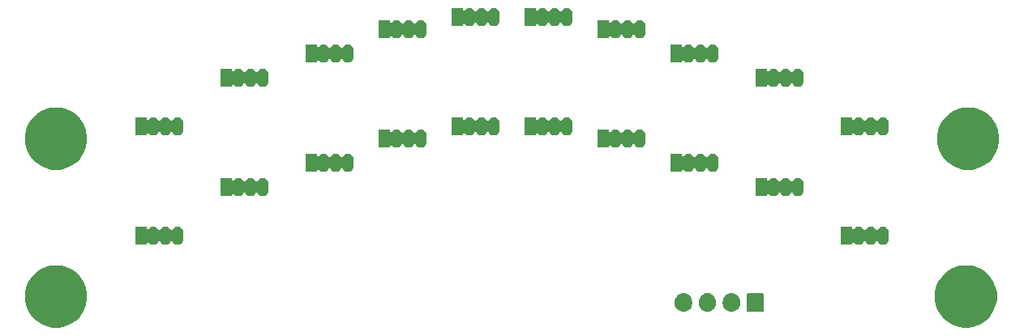
<source format=gbr>
G04 #@! TF.GenerationSoftware,KiCad,Pcbnew,5.1.5-52549c5~84~ubuntu18.04.1*
G04 #@! TF.CreationDate,2020-02-12T22:06:01+00:00*
G04 #@! TF.ProjectId,TSAL_LED,5453414c-5f4c-4454-942e-6b696361645f,rev?*
G04 #@! TF.SameCoordinates,Original*
G04 #@! TF.FileFunction,Soldermask,Bot*
G04 #@! TF.FilePolarity,Negative*
%FSLAX46Y46*%
G04 Gerber Fmt 4.6, Leading zero omitted, Abs format (unit mm)*
G04 Created by KiCad (PCBNEW 5.1.5-52549c5~84~ubuntu18.04.1) date 2020-02-12 22:06:01*
%MOMM*%
%LPD*%
G04 APERTURE LIST*
%ADD10C,0.100000*%
G04 APERTURE END LIST*
D10*
G36*
X80009239Y-81266467D02*
G01*
X80323282Y-81328934D01*
X80914926Y-81574001D01*
X81447392Y-81929784D01*
X81900216Y-82382608D01*
X82255999Y-82915074D01*
X82501066Y-83506718D01*
X82626000Y-84134804D01*
X82626000Y-84775196D01*
X82501066Y-85403282D01*
X82255999Y-85994926D01*
X81900216Y-86527392D01*
X81447392Y-86980216D01*
X80914926Y-87335999D01*
X80323282Y-87581066D01*
X80009239Y-87643533D01*
X79695197Y-87706000D01*
X79054803Y-87706000D01*
X78740761Y-87643533D01*
X78426718Y-87581066D01*
X77835074Y-87335999D01*
X77302608Y-86980216D01*
X76849784Y-86527392D01*
X76494001Y-85994926D01*
X76248934Y-85403282D01*
X76124000Y-84775196D01*
X76124000Y-84134804D01*
X76248934Y-83506718D01*
X76494001Y-82915074D01*
X76849784Y-82382608D01*
X77302608Y-81929784D01*
X77835074Y-81574001D01*
X78426718Y-81328934D01*
X78740761Y-81266467D01*
X79054803Y-81204000D01*
X79695197Y-81204000D01*
X80009239Y-81266467D01*
G37*
G36*
X175029239Y-81266467D02*
G01*
X175343282Y-81328934D01*
X175934926Y-81574001D01*
X176467392Y-81929784D01*
X176920216Y-82382608D01*
X177275999Y-82915074D01*
X177521066Y-83506718D01*
X177646000Y-84134804D01*
X177646000Y-84775196D01*
X177521066Y-85403282D01*
X177275999Y-85994926D01*
X176920216Y-86527392D01*
X176467392Y-86980216D01*
X175934926Y-87335999D01*
X175343282Y-87581066D01*
X175029239Y-87643533D01*
X174715197Y-87706000D01*
X174074803Y-87706000D01*
X173760761Y-87643533D01*
X173446718Y-87581066D01*
X172855074Y-87335999D01*
X172322608Y-86980216D01*
X171869784Y-86527392D01*
X171514001Y-85994926D01*
X171268934Y-85403282D01*
X171144000Y-84775196D01*
X171144000Y-84134804D01*
X171268934Y-83506718D01*
X171514001Y-82915074D01*
X171869784Y-82382608D01*
X172322608Y-81929784D01*
X172855074Y-81574001D01*
X173446718Y-81328934D01*
X173760761Y-81266467D01*
X174074803Y-81204000D01*
X174715197Y-81204000D01*
X175029239Y-81266467D01*
G37*
G36*
X147576627Y-84127037D02*
G01*
X147746466Y-84178557D01*
X147902991Y-84262222D01*
X147938729Y-84291552D01*
X148040186Y-84374814D01*
X148123448Y-84476271D01*
X148152778Y-84512009D01*
X148236443Y-84668535D01*
X148287963Y-84838374D01*
X148301000Y-84970743D01*
X148301000Y-85209258D01*
X148287963Y-85341627D01*
X148236443Y-85511466D01*
X148152778Y-85667991D01*
X148123448Y-85703729D01*
X148040186Y-85805186D01*
X147902989Y-85917779D01*
X147746467Y-86001442D01*
X147746465Y-86001443D01*
X147576626Y-86052963D01*
X147400000Y-86070359D01*
X147223373Y-86052963D01*
X147053534Y-86001443D01*
X146897009Y-85917778D01*
X146854750Y-85883097D01*
X146759814Y-85805186D01*
X146647221Y-85667989D01*
X146563558Y-85511467D01*
X146563557Y-85511465D01*
X146512037Y-85341626D01*
X146499000Y-85209257D01*
X146499000Y-84970742D01*
X146512037Y-84838373D01*
X146563557Y-84668534D01*
X146647222Y-84512009D01*
X146691217Y-84458401D01*
X146759814Y-84374815D01*
X146854751Y-84296903D01*
X146897010Y-84262222D01*
X147053535Y-84178557D01*
X147223374Y-84127037D01*
X147400000Y-84109641D01*
X147576627Y-84127037D01*
G37*
G36*
X150076627Y-84127037D02*
G01*
X150246466Y-84178557D01*
X150402991Y-84262222D01*
X150438729Y-84291552D01*
X150540186Y-84374814D01*
X150623448Y-84476271D01*
X150652778Y-84512009D01*
X150736443Y-84668535D01*
X150787963Y-84838374D01*
X150801000Y-84970743D01*
X150801000Y-85209258D01*
X150787963Y-85341627D01*
X150736443Y-85511466D01*
X150652778Y-85667991D01*
X150623448Y-85703729D01*
X150540186Y-85805186D01*
X150402989Y-85917779D01*
X150246467Y-86001442D01*
X150246465Y-86001443D01*
X150076626Y-86052963D01*
X149900000Y-86070359D01*
X149723373Y-86052963D01*
X149553534Y-86001443D01*
X149397009Y-85917778D01*
X149354750Y-85883097D01*
X149259814Y-85805186D01*
X149147221Y-85667989D01*
X149063558Y-85511467D01*
X149063557Y-85511465D01*
X149012037Y-85341626D01*
X148999000Y-85209257D01*
X148999000Y-84970742D01*
X149012037Y-84838373D01*
X149063557Y-84668534D01*
X149147222Y-84512009D01*
X149191217Y-84458401D01*
X149259814Y-84374815D01*
X149354751Y-84296903D01*
X149397010Y-84262222D01*
X149553535Y-84178557D01*
X149723374Y-84127037D01*
X149900000Y-84109641D01*
X150076627Y-84127037D01*
G37*
G36*
X145076627Y-84127037D02*
G01*
X145246466Y-84178557D01*
X145402991Y-84262222D01*
X145438729Y-84291552D01*
X145540186Y-84374814D01*
X145623448Y-84476271D01*
X145652778Y-84512009D01*
X145736443Y-84668535D01*
X145787963Y-84838374D01*
X145801000Y-84970743D01*
X145801000Y-85209258D01*
X145787963Y-85341627D01*
X145736443Y-85511466D01*
X145652778Y-85667991D01*
X145623448Y-85703729D01*
X145540186Y-85805186D01*
X145402989Y-85917779D01*
X145246467Y-86001442D01*
X145246465Y-86001443D01*
X145076626Y-86052963D01*
X144900000Y-86070359D01*
X144723373Y-86052963D01*
X144553534Y-86001443D01*
X144397009Y-85917778D01*
X144354750Y-85883097D01*
X144259814Y-85805186D01*
X144147221Y-85667989D01*
X144063558Y-85511467D01*
X144063557Y-85511465D01*
X144012037Y-85341626D01*
X143999000Y-85209257D01*
X143999000Y-84970742D01*
X144012037Y-84838373D01*
X144063557Y-84668534D01*
X144147222Y-84512009D01*
X144191217Y-84458401D01*
X144259814Y-84374815D01*
X144354751Y-84296903D01*
X144397010Y-84262222D01*
X144553535Y-84178557D01*
X144723374Y-84127037D01*
X144900000Y-84109641D01*
X145076627Y-84127037D01*
G37*
G36*
X153158600Y-84117989D02*
G01*
X153191652Y-84128015D01*
X153222103Y-84144292D01*
X153248799Y-84166201D01*
X153270708Y-84192897D01*
X153286985Y-84223348D01*
X153297011Y-84256400D01*
X153301000Y-84296903D01*
X153301000Y-85883097D01*
X153297011Y-85923600D01*
X153286985Y-85956652D01*
X153270708Y-85987103D01*
X153248799Y-86013799D01*
X153222103Y-86035708D01*
X153191652Y-86051985D01*
X153158600Y-86062011D01*
X153118097Y-86066000D01*
X151681903Y-86066000D01*
X151641400Y-86062011D01*
X151608348Y-86051985D01*
X151577897Y-86035708D01*
X151551201Y-86013799D01*
X151529292Y-85987103D01*
X151513015Y-85956652D01*
X151502989Y-85923600D01*
X151499000Y-85883097D01*
X151499000Y-84296903D01*
X151502989Y-84256400D01*
X151513015Y-84223348D01*
X151529292Y-84192897D01*
X151551201Y-84166201D01*
X151577897Y-84144292D01*
X151608348Y-84128015D01*
X151641400Y-84117989D01*
X151681903Y-84114000D01*
X153118097Y-84114000D01*
X153158600Y-84117989D01*
G37*
G36*
X165849875Y-77162479D02*
G01*
X165923516Y-77184818D01*
X165960337Y-77195987D01*
X166062139Y-77250402D01*
X166119227Y-77297253D01*
X166151369Y-77323631D01*
X166224598Y-77412861D01*
X166224599Y-77412863D01*
X166279013Y-77514662D01*
X166279524Y-77516347D01*
X166312521Y-77625124D01*
X166321000Y-77711215D01*
X166321000Y-78498785D01*
X166312521Y-78584876D01*
X166290182Y-78658517D01*
X166279013Y-78695338D01*
X166224598Y-78797140D01*
X166151370Y-78886370D01*
X166062140Y-78959598D01*
X165960338Y-79014013D01*
X165923517Y-79025182D01*
X165849876Y-79047521D01*
X165735000Y-79058835D01*
X165620125Y-79047521D01*
X165546484Y-79025182D01*
X165509663Y-79014013D01*
X165407861Y-78959598D01*
X165318631Y-78886370D01*
X165245402Y-78797138D01*
X165210240Y-78731355D01*
X165196627Y-78710980D01*
X165179300Y-78693653D01*
X165158925Y-78680040D01*
X165136286Y-78670662D01*
X165112253Y-78665882D01*
X165087749Y-78665882D01*
X165063716Y-78670662D01*
X165041077Y-78680040D01*
X165020702Y-78693653D01*
X165003375Y-78710980D01*
X164989762Y-78731354D01*
X164954598Y-78797140D01*
X164881370Y-78886370D01*
X164792140Y-78959598D01*
X164690338Y-79014013D01*
X164653517Y-79025182D01*
X164579876Y-79047521D01*
X164465000Y-79058835D01*
X164350125Y-79047521D01*
X164276484Y-79025182D01*
X164239663Y-79014013D01*
X164137861Y-78959598D01*
X164048631Y-78886370D01*
X163975402Y-78797138D01*
X163940240Y-78731355D01*
X163926627Y-78710980D01*
X163909300Y-78693653D01*
X163888925Y-78680040D01*
X163866286Y-78670662D01*
X163842253Y-78665882D01*
X163817749Y-78665882D01*
X163793716Y-78670662D01*
X163771077Y-78680040D01*
X163750702Y-78693653D01*
X163733375Y-78710980D01*
X163719762Y-78731354D01*
X163684598Y-78797140D01*
X163611370Y-78886370D01*
X163522140Y-78959598D01*
X163420338Y-79014013D01*
X163383517Y-79025182D01*
X163309876Y-79047521D01*
X163195000Y-79058835D01*
X163080125Y-79047521D01*
X163006484Y-79025182D01*
X162969663Y-79014013D01*
X162867861Y-78959598D01*
X162778631Y-78886370D01*
X162732625Y-78830310D01*
X162715298Y-78812983D01*
X162694924Y-78799369D01*
X162672285Y-78789992D01*
X162648252Y-78785211D01*
X162623748Y-78785211D01*
X162599714Y-78789991D01*
X162577076Y-78799368D01*
X162556701Y-78812982D01*
X162539374Y-78830309D01*
X162525760Y-78850683D01*
X162516383Y-78873322D01*
X162511602Y-78897355D01*
X162511000Y-78909608D01*
X162511000Y-79056000D01*
X161339000Y-79056000D01*
X161339000Y-77154000D01*
X162511000Y-77154000D01*
X162511000Y-77300392D01*
X162513402Y-77324778D01*
X162520515Y-77348227D01*
X162532066Y-77369838D01*
X162547611Y-77388780D01*
X162566553Y-77404325D01*
X162588164Y-77415876D01*
X162611613Y-77422989D01*
X162635999Y-77425391D01*
X162660385Y-77422989D01*
X162683834Y-77415876D01*
X162705445Y-77404325D01*
X162724387Y-77388780D01*
X162732625Y-77379690D01*
X162778629Y-77323634D01*
X162778631Y-77323631D01*
X162867861Y-77250402D01*
X162879507Y-77244177D01*
X162969662Y-77195987D01*
X163006483Y-77184818D01*
X163080124Y-77162479D01*
X163195000Y-77151165D01*
X163309875Y-77162479D01*
X163383516Y-77184818D01*
X163420337Y-77195987D01*
X163522139Y-77250402D01*
X163579227Y-77297253D01*
X163611369Y-77323631D01*
X163684598Y-77412861D01*
X163684601Y-77412865D01*
X163719761Y-77478645D01*
X163733374Y-77499020D01*
X163750701Y-77516347D01*
X163771076Y-77529960D01*
X163793715Y-77539338D01*
X163817748Y-77544118D01*
X163842252Y-77544118D01*
X163866285Y-77539338D01*
X163888924Y-77529960D01*
X163909299Y-77516347D01*
X163926626Y-77499020D01*
X163940239Y-77478646D01*
X163975402Y-77412861D01*
X164048629Y-77323634D01*
X164048631Y-77323631D01*
X164137861Y-77250402D01*
X164149507Y-77244177D01*
X164239662Y-77195987D01*
X164276483Y-77184818D01*
X164350124Y-77162479D01*
X164465000Y-77151165D01*
X164579875Y-77162479D01*
X164653516Y-77184818D01*
X164690337Y-77195987D01*
X164792139Y-77250402D01*
X164849227Y-77297253D01*
X164881369Y-77323631D01*
X164954598Y-77412861D01*
X164954601Y-77412865D01*
X164989761Y-77478645D01*
X165003374Y-77499020D01*
X165020701Y-77516347D01*
X165041076Y-77529960D01*
X165063715Y-77539338D01*
X165087748Y-77544118D01*
X165112252Y-77544118D01*
X165136285Y-77539338D01*
X165158924Y-77529960D01*
X165179299Y-77516347D01*
X165196626Y-77499020D01*
X165210239Y-77478646D01*
X165245402Y-77412861D01*
X165318629Y-77323634D01*
X165318631Y-77323631D01*
X165407861Y-77250402D01*
X165419507Y-77244177D01*
X165509662Y-77195987D01*
X165546483Y-77184818D01*
X165620124Y-77162479D01*
X165735000Y-77151165D01*
X165849875Y-77162479D01*
G37*
G36*
X92189875Y-77162479D02*
G01*
X92263516Y-77184818D01*
X92300337Y-77195987D01*
X92402139Y-77250402D01*
X92459227Y-77297253D01*
X92491369Y-77323631D01*
X92564598Y-77412861D01*
X92564599Y-77412863D01*
X92619013Y-77514662D01*
X92619524Y-77516347D01*
X92652521Y-77625124D01*
X92661000Y-77711215D01*
X92661000Y-78498785D01*
X92652521Y-78584876D01*
X92630182Y-78658517D01*
X92619013Y-78695338D01*
X92564598Y-78797140D01*
X92491370Y-78886370D01*
X92402140Y-78959598D01*
X92300338Y-79014013D01*
X92263517Y-79025182D01*
X92189876Y-79047521D01*
X92075000Y-79058835D01*
X91960125Y-79047521D01*
X91886484Y-79025182D01*
X91849663Y-79014013D01*
X91747861Y-78959598D01*
X91658631Y-78886370D01*
X91585402Y-78797138D01*
X91550240Y-78731355D01*
X91536627Y-78710980D01*
X91519300Y-78693653D01*
X91498925Y-78680040D01*
X91476286Y-78670662D01*
X91452253Y-78665882D01*
X91427749Y-78665882D01*
X91403716Y-78670662D01*
X91381077Y-78680040D01*
X91360702Y-78693653D01*
X91343375Y-78710980D01*
X91329762Y-78731354D01*
X91294598Y-78797140D01*
X91221370Y-78886370D01*
X91132140Y-78959598D01*
X91030338Y-79014013D01*
X90993517Y-79025182D01*
X90919876Y-79047521D01*
X90805000Y-79058835D01*
X90690125Y-79047521D01*
X90616484Y-79025182D01*
X90579663Y-79014013D01*
X90477861Y-78959598D01*
X90388631Y-78886370D01*
X90315402Y-78797138D01*
X90280240Y-78731355D01*
X90266627Y-78710980D01*
X90249300Y-78693653D01*
X90228925Y-78680040D01*
X90206286Y-78670662D01*
X90182253Y-78665882D01*
X90157749Y-78665882D01*
X90133716Y-78670662D01*
X90111077Y-78680040D01*
X90090702Y-78693653D01*
X90073375Y-78710980D01*
X90059762Y-78731354D01*
X90024598Y-78797140D01*
X89951370Y-78886370D01*
X89862140Y-78959598D01*
X89760338Y-79014013D01*
X89723517Y-79025182D01*
X89649876Y-79047521D01*
X89535000Y-79058835D01*
X89420125Y-79047521D01*
X89346484Y-79025182D01*
X89309663Y-79014013D01*
X89207861Y-78959598D01*
X89118631Y-78886370D01*
X89072625Y-78830310D01*
X89055298Y-78812983D01*
X89034924Y-78799369D01*
X89012285Y-78789992D01*
X88988252Y-78785211D01*
X88963748Y-78785211D01*
X88939714Y-78789991D01*
X88917076Y-78799368D01*
X88896701Y-78812982D01*
X88879374Y-78830309D01*
X88865760Y-78850683D01*
X88856383Y-78873322D01*
X88851602Y-78897355D01*
X88851000Y-78909608D01*
X88851000Y-79056000D01*
X87679000Y-79056000D01*
X87679000Y-77154000D01*
X88851000Y-77154000D01*
X88851000Y-77300392D01*
X88853402Y-77324778D01*
X88860515Y-77348227D01*
X88872066Y-77369838D01*
X88887611Y-77388780D01*
X88906553Y-77404325D01*
X88928164Y-77415876D01*
X88951613Y-77422989D01*
X88975999Y-77425391D01*
X89000385Y-77422989D01*
X89023834Y-77415876D01*
X89045445Y-77404325D01*
X89064387Y-77388780D01*
X89072625Y-77379690D01*
X89118629Y-77323634D01*
X89118631Y-77323631D01*
X89207861Y-77250402D01*
X89219507Y-77244177D01*
X89309662Y-77195987D01*
X89346483Y-77184818D01*
X89420124Y-77162479D01*
X89535000Y-77151165D01*
X89649875Y-77162479D01*
X89723516Y-77184818D01*
X89760337Y-77195987D01*
X89862139Y-77250402D01*
X89919227Y-77297253D01*
X89951369Y-77323631D01*
X90024598Y-77412861D01*
X90024601Y-77412865D01*
X90059761Y-77478645D01*
X90073374Y-77499020D01*
X90090701Y-77516347D01*
X90111076Y-77529960D01*
X90133715Y-77539338D01*
X90157748Y-77544118D01*
X90182252Y-77544118D01*
X90206285Y-77539338D01*
X90228924Y-77529960D01*
X90249299Y-77516347D01*
X90266626Y-77499020D01*
X90280239Y-77478646D01*
X90315402Y-77412861D01*
X90388629Y-77323634D01*
X90388631Y-77323631D01*
X90477861Y-77250402D01*
X90489507Y-77244177D01*
X90579662Y-77195987D01*
X90616483Y-77184818D01*
X90690124Y-77162479D01*
X90805000Y-77151165D01*
X90919875Y-77162479D01*
X90993516Y-77184818D01*
X91030337Y-77195987D01*
X91132139Y-77250402D01*
X91189227Y-77297253D01*
X91221369Y-77323631D01*
X91294598Y-77412861D01*
X91294601Y-77412865D01*
X91329761Y-77478645D01*
X91343374Y-77499020D01*
X91360701Y-77516347D01*
X91381076Y-77529960D01*
X91403715Y-77539338D01*
X91427748Y-77544118D01*
X91452252Y-77544118D01*
X91476285Y-77539338D01*
X91498924Y-77529960D01*
X91519299Y-77516347D01*
X91536626Y-77499020D01*
X91550239Y-77478646D01*
X91585402Y-77412861D01*
X91658629Y-77323634D01*
X91658631Y-77323631D01*
X91747861Y-77250402D01*
X91759507Y-77244177D01*
X91849662Y-77195987D01*
X91886483Y-77184818D01*
X91960124Y-77162479D01*
X92075000Y-77151165D01*
X92189875Y-77162479D01*
G37*
G36*
X101079875Y-72082479D02*
G01*
X101153516Y-72104818D01*
X101190337Y-72115987D01*
X101292139Y-72170402D01*
X101349227Y-72217253D01*
X101381369Y-72243631D01*
X101454598Y-72332861D01*
X101454599Y-72332863D01*
X101509013Y-72434662D01*
X101509524Y-72436347D01*
X101542521Y-72545124D01*
X101551000Y-72631215D01*
X101551000Y-73418785D01*
X101542521Y-73504876D01*
X101520182Y-73578517D01*
X101509013Y-73615338D01*
X101454598Y-73717140D01*
X101381370Y-73806370D01*
X101292140Y-73879598D01*
X101190338Y-73934013D01*
X101153517Y-73945182D01*
X101079876Y-73967521D01*
X100965000Y-73978835D01*
X100850125Y-73967521D01*
X100776484Y-73945182D01*
X100739663Y-73934013D01*
X100637861Y-73879598D01*
X100548631Y-73806370D01*
X100475402Y-73717138D01*
X100440240Y-73651355D01*
X100426627Y-73630980D01*
X100409300Y-73613653D01*
X100388925Y-73600040D01*
X100366286Y-73590662D01*
X100342253Y-73585882D01*
X100317749Y-73585882D01*
X100293716Y-73590662D01*
X100271077Y-73600040D01*
X100250702Y-73613653D01*
X100233375Y-73630980D01*
X100219762Y-73651354D01*
X100184598Y-73717140D01*
X100111370Y-73806370D01*
X100022140Y-73879598D01*
X99920338Y-73934013D01*
X99883517Y-73945182D01*
X99809876Y-73967521D01*
X99695000Y-73978835D01*
X99580125Y-73967521D01*
X99506484Y-73945182D01*
X99469663Y-73934013D01*
X99367861Y-73879598D01*
X99278631Y-73806370D01*
X99205402Y-73717138D01*
X99170240Y-73651355D01*
X99156627Y-73630980D01*
X99139300Y-73613653D01*
X99118925Y-73600040D01*
X99096286Y-73590662D01*
X99072253Y-73585882D01*
X99047749Y-73585882D01*
X99023716Y-73590662D01*
X99001077Y-73600040D01*
X98980702Y-73613653D01*
X98963375Y-73630980D01*
X98949762Y-73651354D01*
X98914598Y-73717140D01*
X98841370Y-73806370D01*
X98752140Y-73879598D01*
X98650338Y-73934013D01*
X98613517Y-73945182D01*
X98539876Y-73967521D01*
X98425000Y-73978835D01*
X98310125Y-73967521D01*
X98236484Y-73945182D01*
X98199663Y-73934013D01*
X98097861Y-73879598D01*
X98008631Y-73806370D01*
X97962625Y-73750310D01*
X97945298Y-73732983D01*
X97924924Y-73719369D01*
X97902285Y-73709992D01*
X97878252Y-73705211D01*
X97853748Y-73705211D01*
X97829714Y-73709991D01*
X97807076Y-73719368D01*
X97786701Y-73732982D01*
X97769374Y-73750309D01*
X97755760Y-73770683D01*
X97746383Y-73793322D01*
X97741602Y-73817355D01*
X97741000Y-73829608D01*
X97741000Y-73976000D01*
X96569000Y-73976000D01*
X96569000Y-72074000D01*
X97741000Y-72074000D01*
X97741000Y-72220392D01*
X97743402Y-72244778D01*
X97750515Y-72268227D01*
X97762066Y-72289838D01*
X97777611Y-72308780D01*
X97796553Y-72324325D01*
X97818164Y-72335876D01*
X97841613Y-72342989D01*
X97865999Y-72345391D01*
X97890385Y-72342989D01*
X97913834Y-72335876D01*
X97935445Y-72324325D01*
X97954387Y-72308780D01*
X97962625Y-72299690D01*
X98008629Y-72243634D01*
X98008631Y-72243631D01*
X98097861Y-72170402D01*
X98109507Y-72164177D01*
X98199662Y-72115987D01*
X98236483Y-72104818D01*
X98310124Y-72082479D01*
X98425000Y-72071165D01*
X98539875Y-72082479D01*
X98613516Y-72104818D01*
X98650337Y-72115987D01*
X98752139Y-72170402D01*
X98809227Y-72217253D01*
X98841369Y-72243631D01*
X98914598Y-72332861D01*
X98914601Y-72332865D01*
X98949761Y-72398645D01*
X98963374Y-72419020D01*
X98980701Y-72436347D01*
X99001076Y-72449960D01*
X99023715Y-72459338D01*
X99047748Y-72464118D01*
X99072252Y-72464118D01*
X99096285Y-72459338D01*
X99118924Y-72449960D01*
X99139299Y-72436347D01*
X99156626Y-72419020D01*
X99170239Y-72398646D01*
X99205402Y-72332861D01*
X99278629Y-72243634D01*
X99278631Y-72243631D01*
X99367861Y-72170402D01*
X99379507Y-72164177D01*
X99469662Y-72115987D01*
X99506483Y-72104818D01*
X99580124Y-72082479D01*
X99695000Y-72071165D01*
X99809875Y-72082479D01*
X99883516Y-72104818D01*
X99920337Y-72115987D01*
X100022139Y-72170402D01*
X100079227Y-72217253D01*
X100111369Y-72243631D01*
X100184598Y-72332861D01*
X100184601Y-72332865D01*
X100219761Y-72398645D01*
X100233374Y-72419020D01*
X100250701Y-72436347D01*
X100271076Y-72449960D01*
X100293715Y-72459338D01*
X100317748Y-72464118D01*
X100342252Y-72464118D01*
X100366285Y-72459338D01*
X100388924Y-72449960D01*
X100409299Y-72436347D01*
X100426626Y-72419020D01*
X100440239Y-72398646D01*
X100475402Y-72332861D01*
X100548629Y-72243634D01*
X100548631Y-72243631D01*
X100637861Y-72170402D01*
X100649507Y-72164177D01*
X100739662Y-72115987D01*
X100776483Y-72104818D01*
X100850124Y-72082479D01*
X100965000Y-72071165D01*
X101079875Y-72082479D01*
G37*
G36*
X156959875Y-72082479D02*
G01*
X157033516Y-72104818D01*
X157070337Y-72115987D01*
X157172139Y-72170402D01*
X157229227Y-72217253D01*
X157261369Y-72243631D01*
X157334598Y-72332861D01*
X157334599Y-72332863D01*
X157389013Y-72434662D01*
X157389524Y-72436347D01*
X157422521Y-72545124D01*
X157431000Y-72631215D01*
X157431000Y-73418785D01*
X157422521Y-73504876D01*
X157400182Y-73578517D01*
X157389013Y-73615338D01*
X157334598Y-73717140D01*
X157261370Y-73806370D01*
X157172140Y-73879598D01*
X157070338Y-73934013D01*
X157033517Y-73945182D01*
X156959876Y-73967521D01*
X156845000Y-73978835D01*
X156730125Y-73967521D01*
X156656484Y-73945182D01*
X156619663Y-73934013D01*
X156517861Y-73879598D01*
X156428631Y-73806370D01*
X156355402Y-73717138D01*
X156320240Y-73651355D01*
X156306627Y-73630980D01*
X156289300Y-73613653D01*
X156268925Y-73600040D01*
X156246286Y-73590662D01*
X156222253Y-73585882D01*
X156197749Y-73585882D01*
X156173716Y-73590662D01*
X156151077Y-73600040D01*
X156130702Y-73613653D01*
X156113375Y-73630980D01*
X156099762Y-73651354D01*
X156064598Y-73717140D01*
X155991370Y-73806370D01*
X155902140Y-73879598D01*
X155800338Y-73934013D01*
X155763517Y-73945182D01*
X155689876Y-73967521D01*
X155575000Y-73978835D01*
X155460125Y-73967521D01*
X155386484Y-73945182D01*
X155349663Y-73934013D01*
X155247861Y-73879598D01*
X155158631Y-73806370D01*
X155085402Y-73717138D01*
X155050240Y-73651355D01*
X155036627Y-73630980D01*
X155019300Y-73613653D01*
X154998925Y-73600040D01*
X154976286Y-73590662D01*
X154952253Y-73585882D01*
X154927749Y-73585882D01*
X154903716Y-73590662D01*
X154881077Y-73600040D01*
X154860702Y-73613653D01*
X154843375Y-73630980D01*
X154829762Y-73651354D01*
X154794598Y-73717140D01*
X154721370Y-73806370D01*
X154632140Y-73879598D01*
X154530338Y-73934013D01*
X154493517Y-73945182D01*
X154419876Y-73967521D01*
X154305000Y-73978835D01*
X154190125Y-73967521D01*
X154116484Y-73945182D01*
X154079663Y-73934013D01*
X153977861Y-73879598D01*
X153888631Y-73806370D01*
X153842625Y-73750310D01*
X153825298Y-73732983D01*
X153804924Y-73719369D01*
X153782285Y-73709992D01*
X153758252Y-73705211D01*
X153733748Y-73705211D01*
X153709714Y-73709991D01*
X153687076Y-73719368D01*
X153666701Y-73732982D01*
X153649374Y-73750309D01*
X153635760Y-73770683D01*
X153626383Y-73793322D01*
X153621602Y-73817355D01*
X153621000Y-73829608D01*
X153621000Y-73976000D01*
X152449000Y-73976000D01*
X152449000Y-72074000D01*
X153621000Y-72074000D01*
X153621000Y-72220392D01*
X153623402Y-72244778D01*
X153630515Y-72268227D01*
X153642066Y-72289838D01*
X153657611Y-72308780D01*
X153676553Y-72324325D01*
X153698164Y-72335876D01*
X153721613Y-72342989D01*
X153745999Y-72345391D01*
X153770385Y-72342989D01*
X153793834Y-72335876D01*
X153815445Y-72324325D01*
X153834387Y-72308780D01*
X153842625Y-72299690D01*
X153888629Y-72243634D01*
X153888631Y-72243631D01*
X153977861Y-72170402D01*
X153989507Y-72164177D01*
X154079662Y-72115987D01*
X154116483Y-72104818D01*
X154190124Y-72082479D01*
X154305000Y-72071165D01*
X154419875Y-72082479D01*
X154493516Y-72104818D01*
X154530337Y-72115987D01*
X154632139Y-72170402D01*
X154689227Y-72217253D01*
X154721369Y-72243631D01*
X154794598Y-72332861D01*
X154794601Y-72332865D01*
X154829761Y-72398645D01*
X154843374Y-72419020D01*
X154860701Y-72436347D01*
X154881076Y-72449960D01*
X154903715Y-72459338D01*
X154927748Y-72464118D01*
X154952252Y-72464118D01*
X154976285Y-72459338D01*
X154998924Y-72449960D01*
X155019299Y-72436347D01*
X155036626Y-72419020D01*
X155050239Y-72398646D01*
X155085402Y-72332861D01*
X155158629Y-72243634D01*
X155158631Y-72243631D01*
X155247861Y-72170402D01*
X155259507Y-72164177D01*
X155349662Y-72115987D01*
X155386483Y-72104818D01*
X155460124Y-72082479D01*
X155575000Y-72071165D01*
X155689875Y-72082479D01*
X155763516Y-72104818D01*
X155800337Y-72115987D01*
X155902139Y-72170402D01*
X155959227Y-72217253D01*
X155991369Y-72243631D01*
X156064598Y-72332861D01*
X156064601Y-72332865D01*
X156099761Y-72398645D01*
X156113374Y-72419020D01*
X156130701Y-72436347D01*
X156151076Y-72449960D01*
X156173715Y-72459338D01*
X156197748Y-72464118D01*
X156222252Y-72464118D01*
X156246285Y-72459338D01*
X156268924Y-72449960D01*
X156289299Y-72436347D01*
X156306626Y-72419020D01*
X156320239Y-72398646D01*
X156355402Y-72332861D01*
X156428629Y-72243634D01*
X156428631Y-72243631D01*
X156517861Y-72170402D01*
X156529507Y-72164177D01*
X156619662Y-72115987D01*
X156656483Y-72104818D01*
X156730124Y-72082479D01*
X156845000Y-72071165D01*
X156959875Y-72082479D01*
G37*
G36*
X109969875Y-69542479D02*
G01*
X110043516Y-69564818D01*
X110080337Y-69575987D01*
X110182139Y-69630402D01*
X110239227Y-69677253D01*
X110271369Y-69703631D01*
X110344598Y-69792861D01*
X110344599Y-69792863D01*
X110399013Y-69894662D01*
X110399524Y-69896347D01*
X110432521Y-70005124D01*
X110441000Y-70091215D01*
X110441000Y-70878785D01*
X110432521Y-70964876D01*
X110410182Y-71038517D01*
X110399013Y-71075338D01*
X110344598Y-71177140D01*
X110271370Y-71266370D01*
X110182140Y-71339598D01*
X110080338Y-71394013D01*
X110043517Y-71405182D01*
X109969876Y-71427521D01*
X109855000Y-71438835D01*
X109740125Y-71427521D01*
X109666484Y-71405182D01*
X109629663Y-71394013D01*
X109527861Y-71339598D01*
X109438631Y-71266370D01*
X109365402Y-71177138D01*
X109330240Y-71111355D01*
X109316627Y-71090980D01*
X109299300Y-71073653D01*
X109278925Y-71060040D01*
X109256286Y-71050662D01*
X109232253Y-71045882D01*
X109207749Y-71045882D01*
X109183716Y-71050662D01*
X109161077Y-71060040D01*
X109140702Y-71073653D01*
X109123375Y-71090980D01*
X109109762Y-71111354D01*
X109074598Y-71177140D01*
X109001370Y-71266370D01*
X108912140Y-71339598D01*
X108810338Y-71394013D01*
X108773517Y-71405182D01*
X108699876Y-71427521D01*
X108585000Y-71438835D01*
X108470125Y-71427521D01*
X108396484Y-71405182D01*
X108359663Y-71394013D01*
X108257861Y-71339598D01*
X108168631Y-71266370D01*
X108095402Y-71177138D01*
X108060240Y-71111355D01*
X108046627Y-71090980D01*
X108029300Y-71073653D01*
X108008925Y-71060040D01*
X107986286Y-71050662D01*
X107962253Y-71045882D01*
X107937749Y-71045882D01*
X107913716Y-71050662D01*
X107891077Y-71060040D01*
X107870702Y-71073653D01*
X107853375Y-71090980D01*
X107839762Y-71111354D01*
X107804598Y-71177140D01*
X107731370Y-71266370D01*
X107642140Y-71339598D01*
X107540338Y-71394013D01*
X107503517Y-71405182D01*
X107429876Y-71427521D01*
X107315000Y-71438835D01*
X107200125Y-71427521D01*
X107126484Y-71405182D01*
X107089663Y-71394013D01*
X106987861Y-71339598D01*
X106898631Y-71266370D01*
X106852625Y-71210310D01*
X106835298Y-71192983D01*
X106814924Y-71179369D01*
X106792285Y-71169992D01*
X106768252Y-71165211D01*
X106743748Y-71165211D01*
X106719714Y-71169991D01*
X106697076Y-71179368D01*
X106676701Y-71192982D01*
X106659374Y-71210309D01*
X106645760Y-71230683D01*
X106636383Y-71253322D01*
X106631602Y-71277355D01*
X106631000Y-71289608D01*
X106631000Y-71436000D01*
X105459000Y-71436000D01*
X105459000Y-69534000D01*
X106631000Y-69534000D01*
X106631000Y-69680392D01*
X106633402Y-69704778D01*
X106640515Y-69728227D01*
X106652066Y-69749838D01*
X106667611Y-69768780D01*
X106686553Y-69784325D01*
X106708164Y-69795876D01*
X106731613Y-69802989D01*
X106755999Y-69805391D01*
X106780385Y-69802989D01*
X106803834Y-69795876D01*
X106825445Y-69784325D01*
X106844387Y-69768780D01*
X106852625Y-69759690D01*
X106898629Y-69703634D01*
X106898631Y-69703631D01*
X106987861Y-69630402D01*
X106999507Y-69624177D01*
X107089662Y-69575987D01*
X107126483Y-69564818D01*
X107200124Y-69542479D01*
X107315000Y-69531165D01*
X107429875Y-69542479D01*
X107503516Y-69564818D01*
X107540337Y-69575987D01*
X107642139Y-69630402D01*
X107699227Y-69677253D01*
X107731369Y-69703631D01*
X107804598Y-69792861D01*
X107804601Y-69792865D01*
X107839761Y-69858645D01*
X107853374Y-69879020D01*
X107870701Y-69896347D01*
X107891076Y-69909960D01*
X107913715Y-69919338D01*
X107937748Y-69924118D01*
X107962252Y-69924118D01*
X107986285Y-69919338D01*
X108008924Y-69909960D01*
X108029299Y-69896347D01*
X108046626Y-69879020D01*
X108060239Y-69858646D01*
X108095402Y-69792861D01*
X108168629Y-69703634D01*
X108168631Y-69703631D01*
X108257861Y-69630402D01*
X108269507Y-69624177D01*
X108359662Y-69575987D01*
X108396483Y-69564818D01*
X108470124Y-69542479D01*
X108585000Y-69531165D01*
X108699875Y-69542479D01*
X108773516Y-69564818D01*
X108810337Y-69575987D01*
X108912139Y-69630402D01*
X108969227Y-69677253D01*
X109001369Y-69703631D01*
X109074598Y-69792861D01*
X109074601Y-69792865D01*
X109109761Y-69858645D01*
X109123374Y-69879020D01*
X109140701Y-69896347D01*
X109161076Y-69909960D01*
X109183715Y-69919338D01*
X109207748Y-69924118D01*
X109232252Y-69924118D01*
X109256285Y-69919338D01*
X109278924Y-69909960D01*
X109299299Y-69896347D01*
X109316626Y-69879020D01*
X109330239Y-69858646D01*
X109365402Y-69792861D01*
X109438629Y-69703634D01*
X109438631Y-69703631D01*
X109527861Y-69630402D01*
X109539507Y-69624177D01*
X109629662Y-69575987D01*
X109666483Y-69564818D01*
X109740124Y-69542479D01*
X109855000Y-69531165D01*
X109969875Y-69542479D01*
G37*
G36*
X148069875Y-69542479D02*
G01*
X148143516Y-69564818D01*
X148180337Y-69575987D01*
X148282139Y-69630402D01*
X148339227Y-69677253D01*
X148371369Y-69703631D01*
X148444598Y-69792861D01*
X148444599Y-69792863D01*
X148499013Y-69894662D01*
X148499524Y-69896347D01*
X148532521Y-70005124D01*
X148541000Y-70091215D01*
X148541000Y-70878785D01*
X148532521Y-70964876D01*
X148510182Y-71038517D01*
X148499013Y-71075338D01*
X148444598Y-71177140D01*
X148371370Y-71266370D01*
X148282140Y-71339598D01*
X148180338Y-71394013D01*
X148143517Y-71405182D01*
X148069876Y-71427521D01*
X147955000Y-71438835D01*
X147840125Y-71427521D01*
X147766484Y-71405182D01*
X147729663Y-71394013D01*
X147627861Y-71339598D01*
X147538631Y-71266370D01*
X147465402Y-71177138D01*
X147430240Y-71111355D01*
X147416627Y-71090980D01*
X147399300Y-71073653D01*
X147378925Y-71060040D01*
X147356286Y-71050662D01*
X147332253Y-71045882D01*
X147307749Y-71045882D01*
X147283716Y-71050662D01*
X147261077Y-71060040D01*
X147240702Y-71073653D01*
X147223375Y-71090980D01*
X147209762Y-71111354D01*
X147174598Y-71177140D01*
X147101370Y-71266370D01*
X147012140Y-71339598D01*
X146910338Y-71394013D01*
X146873517Y-71405182D01*
X146799876Y-71427521D01*
X146685000Y-71438835D01*
X146570125Y-71427521D01*
X146496484Y-71405182D01*
X146459663Y-71394013D01*
X146357861Y-71339598D01*
X146268631Y-71266370D01*
X146195402Y-71177138D01*
X146160240Y-71111355D01*
X146146627Y-71090980D01*
X146129300Y-71073653D01*
X146108925Y-71060040D01*
X146086286Y-71050662D01*
X146062253Y-71045882D01*
X146037749Y-71045882D01*
X146013716Y-71050662D01*
X145991077Y-71060040D01*
X145970702Y-71073653D01*
X145953375Y-71090980D01*
X145939762Y-71111354D01*
X145904598Y-71177140D01*
X145831370Y-71266370D01*
X145742140Y-71339598D01*
X145640338Y-71394013D01*
X145603517Y-71405182D01*
X145529876Y-71427521D01*
X145415000Y-71438835D01*
X145300125Y-71427521D01*
X145226484Y-71405182D01*
X145189663Y-71394013D01*
X145087861Y-71339598D01*
X144998631Y-71266370D01*
X144952625Y-71210310D01*
X144935298Y-71192983D01*
X144914924Y-71179369D01*
X144892285Y-71169992D01*
X144868252Y-71165211D01*
X144843748Y-71165211D01*
X144819714Y-71169991D01*
X144797076Y-71179368D01*
X144776701Y-71192982D01*
X144759374Y-71210309D01*
X144745760Y-71230683D01*
X144736383Y-71253322D01*
X144731602Y-71277355D01*
X144731000Y-71289608D01*
X144731000Y-71436000D01*
X143559000Y-71436000D01*
X143559000Y-69534000D01*
X144731000Y-69534000D01*
X144731000Y-69680392D01*
X144733402Y-69704778D01*
X144740515Y-69728227D01*
X144752066Y-69749838D01*
X144767611Y-69768780D01*
X144786553Y-69784325D01*
X144808164Y-69795876D01*
X144831613Y-69802989D01*
X144855999Y-69805391D01*
X144880385Y-69802989D01*
X144903834Y-69795876D01*
X144925445Y-69784325D01*
X144944387Y-69768780D01*
X144952625Y-69759690D01*
X144998629Y-69703634D01*
X144998631Y-69703631D01*
X145087861Y-69630402D01*
X145099507Y-69624177D01*
X145189662Y-69575987D01*
X145226483Y-69564818D01*
X145300124Y-69542479D01*
X145415000Y-69531165D01*
X145529875Y-69542479D01*
X145603516Y-69564818D01*
X145640337Y-69575987D01*
X145742139Y-69630402D01*
X145799227Y-69677253D01*
X145831369Y-69703631D01*
X145904598Y-69792861D01*
X145904601Y-69792865D01*
X145939761Y-69858645D01*
X145953374Y-69879020D01*
X145970701Y-69896347D01*
X145991076Y-69909960D01*
X146013715Y-69919338D01*
X146037748Y-69924118D01*
X146062252Y-69924118D01*
X146086285Y-69919338D01*
X146108924Y-69909960D01*
X146129299Y-69896347D01*
X146146626Y-69879020D01*
X146160239Y-69858646D01*
X146195402Y-69792861D01*
X146268629Y-69703634D01*
X146268631Y-69703631D01*
X146357861Y-69630402D01*
X146369507Y-69624177D01*
X146459662Y-69575987D01*
X146496483Y-69564818D01*
X146570124Y-69542479D01*
X146685000Y-69531165D01*
X146799875Y-69542479D01*
X146873516Y-69564818D01*
X146910337Y-69575987D01*
X147012139Y-69630402D01*
X147069227Y-69677253D01*
X147101369Y-69703631D01*
X147174598Y-69792861D01*
X147174601Y-69792865D01*
X147209761Y-69858645D01*
X147223374Y-69879020D01*
X147240701Y-69896347D01*
X147261076Y-69909960D01*
X147283715Y-69919338D01*
X147307748Y-69924118D01*
X147332252Y-69924118D01*
X147356285Y-69919338D01*
X147378924Y-69909960D01*
X147399299Y-69896347D01*
X147416626Y-69879020D01*
X147430239Y-69858646D01*
X147465402Y-69792861D01*
X147538629Y-69703634D01*
X147538631Y-69703631D01*
X147627861Y-69630402D01*
X147639507Y-69624177D01*
X147729662Y-69575987D01*
X147766483Y-69564818D01*
X147840124Y-69542479D01*
X147955000Y-69531165D01*
X148069875Y-69542479D01*
G37*
G36*
X80009239Y-64756467D02*
G01*
X80323282Y-64818934D01*
X80914926Y-65064001D01*
X81447392Y-65419784D01*
X81900216Y-65872608D01*
X82255999Y-66405074D01*
X82501066Y-66996718D01*
X82534267Y-67163629D01*
X82624552Y-67617521D01*
X82626000Y-67624804D01*
X82626000Y-68265196D01*
X82501066Y-68893282D01*
X82255999Y-69484926D01*
X82006287Y-69858646D01*
X81908414Y-70005124D01*
X81900216Y-70017392D01*
X81447392Y-70470216D01*
X80914926Y-70825999D01*
X80323282Y-71071066D01*
X80120740Y-71111354D01*
X79695197Y-71196000D01*
X79054803Y-71196000D01*
X78629260Y-71111354D01*
X78426718Y-71071066D01*
X77835074Y-70825999D01*
X77302608Y-70470216D01*
X76849784Y-70017392D01*
X76841587Y-70005124D01*
X76743713Y-69858646D01*
X76494001Y-69484926D01*
X76248934Y-68893282D01*
X76124000Y-68265196D01*
X76124000Y-67624804D01*
X76125449Y-67617521D01*
X76215733Y-67163629D01*
X76248934Y-66996718D01*
X76494001Y-66405074D01*
X76849784Y-65872608D01*
X77302608Y-65419784D01*
X77835074Y-65064001D01*
X78426718Y-64818934D01*
X78740761Y-64756467D01*
X79054803Y-64694000D01*
X79695197Y-64694000D01*
X80009239Y-64756467D01*
G37*
G36*
X175259239Y-64756467D02*
G01*
X175573282Y-64818934D01*
X176164926Y-65064001D01*
X176697392Y-65419784D01*
X177150216Y-65872608D01*
X177505999Y-66405074D01*
X177751066Y-66996718D01*
X177784267Y-67163629D01*
X177874552Y-67617521D01*
X177876000Y-67624804D01*
X177876000Y-68265196D01*
X177751066Y-68893282D01*
X177505999Y-69484926D01*
X177256287Y-69858646D01*
X177158414Y-70005124D01*
X177150216Y-70017392D01*
X176697392Y-70470216D01*
X176164926Y-70825999D01*
X175573282Y-71071066D01*
X175370740Y-71111354D01*
X174945197Y-71196000D01*
X174304803Y-71196000D01*
X173879260Y-71111354D01*
X173676718Y-71071066D01*
X173085074Y-70825999D01*
X172552608Y-70470216D01*
X172099784Y-70017392D01*
X172091587Y-70005124D01*
X171993713Y-69858646D01*
X171744001Y-69484926D01*
X171498934Y-68893282D01*
X171374000Y-68265196D01*
X171374000Y-67624804D01*
X171375449Y-67617521D01*
X171465733Y-67163629D01*
X171498934Y-66996718D01*
X171744001Y-66405074D01*
X172099784Y-65872608D01*
X172552608Y-65419784D01*
X173085074Y-65064001D01*
X173676718Y-64818934D01*
X173990761Y-64756467D01*
X174304803Y-64694000D01*
X174945197Y-64694000D01*
X175259239Y-64756467D01*
G37*
G36*
X140449875Y-67002479D02*
G01*
X140523516Y-67024818D01*
X140560337Y-67035987D01*
X140662139Y-67090402D01*
X140719227Y-67137253D01*
X140751369Y-67163631D01*
X140824598Y-67252861D01*
X140824599Y-67252863D01*
X140879013Y-67354662D01*
X140887604Y-67382983D01*
X140912521Y-67465124D01*
X140921000Y-67551215D01*
X140921000Y-68338785D01*
X140912521Y-68424876D01*
X140890182Y-68498517D01*
X140879013Y-68535338D01*
X140824598Y-68637140D01*
X140751370Y-68726370D01*
X140662140Y-68799598D01*
X140560338Y-68854013D01*
X140523517Y-68865182D01*
X140449876Y-68887521D01*
X140335000Y-68898835D01*
X140220125Y-68887521D01*
X140146484Y-68865182D01*
X140109663Y-68854013D01*
X140007861Y-68799598D01*
X139918631Y-68726370D01*
X139845402Y-68637138D01*
X139810240Y-68571355D01*
X139796627Y-68550980D01*
X139779300Y-68533653D01*
X139758925Y-68520040D01*
X139736286Y-68510662D01*
X139712253Y-68505882D01*
X139687749Y-68505882D01*
X139663716Y-68510662D01*
X139641077Y-68520040D01*
X139620702Y-68533653D01*
X139603375Y-68550980D01*
X139589762Y-68571354D01*
X139554598Y-68637140D01*
X139481370Y-68726370D01*
X139392140Y-68799598D01*
X139290338Y-68854013D01*
X139253517Y-68865182D01*
X139179876Y-68887521D01*
X139065000Y-68898835D01*
X138950125Y-68887521D01*
X138876484Y-68865182D01*
X138839663Y-68854013D01*
X138737861Y-68799598D01*
X138648631Y-68726370D01*
X138575402Y-68637138D01*
X138540240Y-68571355D01*
X138526627Y-68550980D01*
X138509300Y-68533653D01*
X138488925Y-68520040D01*
X138466286Y-68510662D01*
X138442253Y-68505882D01*
X138417749Y-68505882D01*
X138393716Y-68510662D01*
X138371077Y-68520040D01*
X138350702Y-68533653D01*
X138333375Y-68550980D01*
X138319762Y-68571354D01*
X138284598Y-68637140D01*
X138211370Y-68726370D01*
X138122140Y-68799598D01*
X138020338Y-68854013D01*
X137983517Y-68865182D01*
X137909876Y-68887521D01*
X137795000Y-68898835D01*
X137680125Y-68887521D01*
X137606484Y-68865182D01*
X137569663Y-68854013D01*
X137467861Y-68799598D01*
X137378631Y-68726370D01*
X137332625Y-68670310D01*
X137315298Y-68652983D01*
X137294924Y-68639369D01*
X137272285Y-68629992D01*
X137248252Y-68625211D01*
X137223748Y-68625211D01*
X137199714Y-68629991D01*
X137177076Y-68639368D01*
X137156701Y-68652982D01*
X137139374Y-68670309D01*
X137125760Y-68690683D01*
X137116383Y-68713322D01*
X137111602Y-68737355D01*
X137111000Y-68749608D01*
X137111000Y-68896000D01*
X135939000Y-68896000D01*
X135939000Y-66994000D01*
X137111000Y-66994000D01*
X137111000Y-67140392D01*
X137113402Y-67164778D01*
X137120515Y-67188227D01*
X137132066Y-67209838D01*
X137147611Y-67228780D01*
X137166553Y-67244325D01*
X137188164Y-67255876D01*
X137211613Y-67262989D01*
X137235999Y-67265391D01*
X137260385Y-67262989D01*
X137283834Y-67255876D01*
X137305445Y-67244325D01*
X137324387Y-67228780D01*
X137332625Y-67219690D01*
X137378629Y-67163634D01*
X137378631Y-67163631D01*
X137467861Y-67090402D01*
X137508303Y-67068785D01*
X137569662Y-67035987D01*
X137606483Y-67024818D01*
X137680124Y-67002479D01*
X137795000Y-66991165D01*
X137909875Y-67002479D01*
X137983516Y-67024818D01*
X138020337Y-67035987D01*
X138122139Y-67090402D01*
X138179227Y-67137253D01*
X138211369Y-67163631D01*
X138282283Y-67250040D01*
X138284601Y-67252865D01*
X138319761Y-67318645D01*
X138333374Y-67339020D01*
X138350701Y-67356347D01*
X138371076Y-67369960D01*
X138393715Y-67379338D01*
X138417748Y-67384118D01*
X138442252Y-67384118D01*
X138466285Y-67379338D01*
X138488924Y-67369960D01*
X138509299Y-67356347D01*
X138526626Y-67339020D01*
X138540239Y-67318646D01*
X138575402Y-67252861D01*
X138648629Y-67163634D01*
X138648631Y-67163631D01*
X138737861Y-67090402D01*
X138778303Y-67068785D01*
X138839662Y-67035987D01*
X138876483Y-67024818D01*
X138950124Y-67002479D01*
X139065000Y-66991165D01*
X139179875Y-67002479D01*
X139253516Y-67024818D01*
X139290337Y-67035987D01*
X139392139Y-67090402D01*
X139449227Y-67137253D01*
X139481369Y-67163631D01*
X139552283Y-67250040D01*
X139554601Y-67252865D01*
X139589761Y-67318645D01*
X139603374Y-67339020D01*
X139620701Y-67356347D01*
X139641076Y-67369960D01*
X139663715Y-67379338D01*
X139687748Y-67384118D01*
X139712252Y-67384118D01*
X139736285Y-67379338D01*
X139758924Y-67369960D01*
X139779299Y-67356347D01*
X139796626Y-67339020D01*
X139810239Y-67318646D01*
X139845402Y-67252861D01*
X139918629Y-67163634D01*
X139918631Y-67163631D01*
X140007861Y-67090402D01*
X140048303Y-67068785D01*
X140109662Y-67035987D01*
X140146483Y-67024818D01*
X140220124Y-67002479D01*
X140335000Y-66991165D01*
X140449875Y-67002479D01*
G37*
G36*
X117589875Y-67002479D02*
G01*
X117663516Y-67024818D01*
X117700337Y-67035987D01*
X117802139Y-67090402D01*
X117859227Y-67137253D01*
X117891369Y-67163631D01*
X117964598Y-67252861D01*
X117964599Y-67252863D01*
X118019013Y-67354662D01*
X118027604Y-67382983D01*
X118052521Y-67465124D01*
X118061000Y-67551215D01*
X118061000Y-68338785D01*
X118052521Y-68424876D01*
X118030182Y-68498517D01*
X118019013Y-68535338D01*
X117964598Y-68637140D01*
X117891370Y-68726370D01*
X117802140Y-68799598D01*
X117700338Y-68854013D01*
X117663517Y-68865182D01*
X117589876Y-68887521D01*
X117475000Y-68898835D01*
X117360125Y-68887521D01*
X117286484Y-68865182D01*
X117249663Y-68854013D01*
X117147861Y-68799598D01*
X117058631Y-68726370D01*
X116985402Y-68637138D01*
X116950240Y-68571355D01*
X116936627Y-68550980D01*
X116919300Y-68533653D01*
X116898925Y-68520040D01*
X116876286Y-68510662D01*
X116852253Y-68505882D01*
X116827749Y-68505882D01*
X116803716Y-68510662D01*
X116781077Y-68520040D01*
X116760702Y-68533653D01*
X116743375Y-68550980D01*
X116729762Y-68571354D01*
X116694598Y-68637140D01*
X116621370Y-68726370D01*
X116532140Y-68799598D01*
X116430338Y-68854013D01*
X116393517Y-68865182D01*
X116319876Y-68887521D01*
X116205000Y-68898835D01*
X116090125Y-68887521D01*
X116016484Y-68865182D01*
X115979663Y-68854013D01*
X115877861Y-68799598D01*
X115788631Y-68726370D01*
X115715402Y-68637138D01*
X115680240Y-68571355D01*
X115666627Y-68550980D01*
X115649300Y-68533653D01*
X115628925Y-68520040D01*
X115606286Y-68510662D01*
X115582253Y-68505882D01*
X115557749Y-68505882D01*
X115533716Y-68510662D01*
X115511077Y-68520040D01*
X115490702Y-68533653D01*
X115473375Y-68550980D01*
X115459762Y-68571354D01*
X115424598Y-68637140D01*
X115351370Y-68726370D01*
X115262140Y-68799598D01*
X115160338Y-68854013D01*
X115123517Y-68865182D01*
X115049876Y-68887521D01*
X114935000Y-68898835D01*
X114820125Y-68887521D01*
X114746484Y-68865182D01*
X114709663Y-68854013D01*
X114607861Y-68799598D01*
X114518631Y-68726370D01*
X114472625Y-68670310D01*
X114455298Y-68652983D01*
X114434924Y-68639369D01*
X114412285Y-68629992D01*
X114388252Y-68625211D01*
X114363748Y-68625211D01*
X114339714Y-68629991D01*
X114317076Y-68639368D01*
X114296701Y-68652982D01*
X114279374Y-68670309D01*
X114265760Y-68690683D01*
X114256383Y-68713322D01*
X114251602Y-68737355D01*
X114251000Y-68749608D01*
X114251000Y-68896000D01*
X113079000Y-68896000D01*
X113079000Y-66994000D01*
X114251000Y-66994000D01*
X114251000Y-67140392D01*
X114253402Y-67164778D01*
X114260515Y-67188227D01*
X114272066Y-67209838D01*
X114287611Y-67228780D01*
X114306553Y-67244325D01*
X114328164Y-67255876D01*
X114351613Y-67262989D01*
X114375999Y-67265391D01*
X114400385Y-67262989D01*
X114423834Y-67255876D01*
X114445445Y-67244325D01*
X114464387Y-67228780D01*
X114472625Y-67219690D01*
X114518629Y-67163634D01*
X114518631Y-67163631D01*
X114607861Y-67090402D01*
X114648303Y-67068785D01*
X114709662Y-67035987D01*
X114746483Y-67024818D01*
X114820124Y-67002479D01*
X114935000Y-66991165D01*
X115049875Y-67002479D01*
X115123516Y-67024818D01*
X115160337Y-67035987D01*
X115262139Y-67090402D01*
X115319227Y-67137253D01*
X115351369Y-67163631D01*
X115422283Y-67250040D01*
X115424601Y-67252865D01*
X115459761Y-67318645D01*
X115473374Y-67339020D01*
X115490701Y-67356347D01*
X115511076Y-67369960D01*
X115533715Y-67379338D01*
X115557748Y-67384118D01*
X115582252Y-67384118D01*
X115606285Y-67379338D01*
X115628924Y-67369960D01*
X115649299Y-67356347D01*
X115666626Y-67339020D01*
X115680239Y-67318646D01*
X115715402Y-67252861D01*
X115788629Y-67163634D01*
X115788631Y-67163631D01*
X115877861Y-67090402D01*
X115918303Y-67068785D01*
X115979662Y-67035987D01*
X116016483Y-67024818D01*
X116090124Y-67002479D01*
X116205000Y-66991165D01*
X116319875Y-67002479D01*
X116393516Y-67024818D01*
X116430337Y-67035987D01*
X116532139Y-67090402D01*
X116589227Y-67137253D01*
X116621369Y-67163631D01*
X116692283Y-67250040D01*
X116694601Y-67252865D01*
X116729761Y-67318645D01*
X116743374Y-67339020D01*
X116760701Y-67356347D01*
X116781076Y-67369960D01*
X116803715Y-67379338D01*
X116827748Y-67384118D01*
X116852252Y-67384118D01*
X116876285Y-67379338D01*
X116898924Y-67369960D01*
X116919299Y-67356347D01*
X116936626Y-67339020D01*
X116950239Y-67318646D01*
X116985402Y-67252861D01*
X117058629Y-67163634D01*
X117058631Y-67163631D01*
X117147861Y-67090402D01*
X117188303Y-67068785D01*
X117249662Y-67035987D01*
X117286483Y-67024818D01*
X117360124Y-67002479D01*
X117475000Y-66991165D01*
X117589875Y-67002479D01*
G37*
G36*
X92189875Y-65732479D02*
G01*
X92263516Y-65754818D01*
X92300337Y-65765987D01*
X92402139Y-65820402D01*
X92459227Y-65867253D01*
X92491369Y-65893631D01*
X92564598Y-65982861D01*
X92564599Y-65982863D01*
X92619013Y-66084662D01*
X92619524Y-66086347D01*
X92652521Y-66195124D01*
X92661000Y-66281215D01*
X92661000Y-67068785D01*
X92652521Y-67154876D01*
X92649865Y-67163631D01*
X92619013Y-67265338D01*
X92564598Y-67367140D01*
X92491370Y-67456370D01*
X92402140Y-67529598D01*
X92300338Y-67584013D01*
X92263517Y-67595182D01*
X92189876Y-67617521D01*
X92075000Y-67628835D01*
X91960125Y-67617521D01*
X91886484Y-67595182D01*
X91849663Y-67584013D01*
X91747861Y-67529598D01*
X91658631Y-67456370D01*
X91585402Y-67367138D01*
X91550240Y-67301355D01*
X91536627Y-67280980D01*
X91519300Y-67263653D01*
X91498925Y-67250040D01*
X91476286Y-67240662D01*
X91452253Y-67235882D01*
X91427749Y-67235882D01*
X91403716Y-67240662D01*
X91381077Y-67250040D01*
X91360702Y-67263653D01*
X91343375Y-67280980D01*
X91329762Y-67301354D01*
X91294598Y-67367140D01*
X91221370Y-67456370D01*
X91132140Y-67529598D01*
X91030338Y-67584013D01*
X90993517Y-67595182D01*
X90919876Y-67617521D01*
X90805000Y-67628835D01*
X90690125Y-67617521D01*
X90616484Y-67595182D01*
X90579663Y-67584013D01*
X90477861Y-67529598D01*
X90388631Y-67456370D01*
X90315402Y-67367138D01*
X90280240Y-67301355D01*
X90266627Y-67280980D01*
X90249300Y-67263653D01*
X90228925Y-67250040D01*
X90206286Y-67240662D01*
X90182253Y-67235882D01*
X90157749Y-67235882D01*
X90133716Y-67240662D01*
X90111077Y-67250040D01*
X90090702Y-67263653D01*
X90073375Y-67280980D01*
X90059762Y-67301354D01*
X90024598Y-67367140D01*
X89951370Y-67456370D01*
X89862140Y-67529598D01*
X89760338Y-67584013D01*
X89723517Y-67595182D01*
X89649876Y-67617521D01*
X89535000Y-67628835D01*
X89420125Y-67617521D01*
X89346484Y-67595182D01*
X89309663Y-67584013D01*
X89207861Y-67529598D01*
X89118631Y-67456370D01*
X89072625Y-67400310D01*
X89055298Y-67382983D01*
X89034924Y-67369369D01*
X89012285Y-67359992D01*
X88988252Y-67355211D01*
X88963748Y-67355211D01*
X88939714Y-67359991D01*
X88917076Y-67369368D01*
X88896701Y-67382982D01*
X88879374Y-67400309D01*
X88865760Y-67420683D01*
X88856383Y-67443322D01*
X88851602Y-67467355D01*
X88851000Y-67479608D01*
X88851000Y-67626000D01*
X87679000Y-67626000D01*
X87679000Y-65724000D01*
X88851000Y-65724000D01*
X88851000Y-65870392D01*
X88853402Y-65894778D01*
X88860515Y-65918227D01*
X88872066Y-65939838D01*
X88887611Y-65958780D01*
X88906553Y-65974325D01*
X88928164Y-65985876D01*
X88951613Y-65992989D01*
X88975999Y-65995391D01*
X89000385Y-65992989D01*
X89023834Y-65985876D01*
X89045445Y-65974325D01*
X89064387Y-65958780D01*
X89072625Y-65949690D01*
X89118629Y-65893634D01*
X89118631Y-65893631D01*
X89207861Y-65820402D01*
X89219507Y-65814177D01*
X89309662Y-65765987D01*
X89346483Y-65754818D01*
X89420124Y-65732479D01*
X89535000Y-65721165D01*
X89649875Y-65732479D01*
X89723516Y-65754818D01*
X89760337Y-65765987D01*
X89862139Y-65820402D01*
X89919227Y-65867253D01*
X89951369Y-65893631D01*
X90024598Y-65982861D01*
X90024601Y-65982865D01*
X90059761Y-66048645D01*
X90073374Y-66069020D01*
X90090701Y-66086347D01*
X90111076Y-66099960D01*
X90133715Y-66109338D01*
X90157748Y-66114118D01*
X90182252Y-66114118D01*
X90206285Y-66109338D01*
X90228924Y-66099960D01*
X90249299Y-66086347D01*
X90266626Y-66069020D01*
X90280239Y-66048646D01*
X90315402Y-65982861D01*
X90388629Y-65893634D01*
X90388631Y-65893631D01*
X90477861Y-65820402D01*
X90489507Y-65814177D01*
X90579662Y-65765987D01*
X90616483Y-65754818D01*
X90690124Y-65732479D01*
X90805000Y-65721165D01*
X90919875Y-65732479D01*
X90993516Y-65754818D01*
X91030337Y-65765987D01*
X91132139Y-65820402D01*
X91189227Y-65867253D01*
X91221369Y-65893631D01*
X91294598Y-65982861D01*
X91294601Y-65982865D01*
X91329761Y-66048645D01*
X91343374Y-66069020D01*
X91360701Y-66086347D01*
X91381076Y-66099960D01*
X91403715Y-66109338D01*
X91427748Y-66114118D01*
X91452252Y-66114118D01*
X91476285Y-66109338D01*
X91498924Y-66099960D01*
X91519299Y-66086347D01*
X91536626Y-66069020D01*
X91550239Y-66048646D01*
X91585402Y-65982861D01*
X91658629Y-65893634D01*
X91658631Y-65893631D01*
X91747861Y-65820402D01*
X91759507Y-65814177D01*
X91849662Y-65765987D01*
X91886483Y-65754818D01*
X91960124Y-65732479D01*
X92075000Y-65721165D01*
X92189875Y-65732479D01*
G37*
G36*
X165849875Y-65732479D02*
G01*
X165923516Y-65754818D01*
X165960337Y-65765987D01*
X166062139Y-65820402D01*
X166119227Y-65867253D01*
X166151369Y-65893631D01*
X166224598Y-65982861D01*
X166224599Y-65982863D01*
X166279013Y-66084662D01*
X166279524Y-66086347D01*
X166312521Y-66195124D01*
X166321000Y-66281215D01*
X166321000Y-67068785D01*
X166312521Y-67154876D01*
X166309865Y-67163631D01*
X166279013Y-67265338D01*
X166224598Y-67367140D01*
X166151370Y-67456370D01*
X166062140Y-67529598D01*
X165960338Y-67584013D01*
X165923517Y-67595182D01*
X165849876Y-67617521D01*
X165735000Y-67628835D01*
X165620125Y-67617521D01*
X165546484Y-67595182D01*
X165509663Y-67584013D01*
X165407861Y-67529598D01*
X165318631Y-67456370D01*
X165245402Y-67367138D01*
X165210240Y-67301355D01*
X165196627Y-67280980D01*
X165179300Y-67263653D01*
X165158925Y-67250040D01*
X165136286Y-67240662D01*
X165112253Y-67235882D01*
X165087749Y-67235882D01*
X165063716Y-67240662D01*
X165041077Y-67250040D01*
X165020702Y-67263653D01*
X165003375Y-67280980D01*
X164989762Y-67301354D01*
X164954598Y-67367140D01*
X164881370Y-67456370D01*
X164792140Y-67529598D01*
X164690338Y-67584013D01*
X164653517Y-67595182D01*
X164579876Y-67617521D01*
X164465000Y-67628835D01*
X164350125Y-67617521D01*
X164276484Y-67595182D01*
X164239663Y-67584013D01*
X164137861Y-67529598D01*
X164048631Y-67456370D01*
X163975402Y-67367138D01*
X163940240Y-67301355D01*
X163926627Y-67280980D01*
X163909300Y-67263653D01*
X163888925Y-67250040D01*
X163866286Y-67240662D01*
X163842253Y-67235882D01*
X163817749Y-67235882D01*
X163793716Y-67240662D01*
X163771077Y-67250040D01*
X163750702Y-67263653D01*
X163733375Y-67280980D01*
X163719762Y-67301354D01*
X163684598Y-67367140D01*
X163611370Y-67456370D01*
X163522140Y-67529598D01*
X163420338Y-67584013D01*
X163383517Y-67595182D01*
X163309876Y-67617521D01*
X163195000Y-67628835D01*
X163080125Y-67617521D01*
X163006484Y-67595182D01*
X162969663Y-67584013D01*
X162867861Y-67529598D01*
X162778631Y-67456370D01*
X162732625Y-67400310D01*
X162715298Y-67382983D01*
X162694924Y-67369369D01*
X162672285Y-67359992D01*
X162648252Y-67355211D01*
X162623748Y-67355211D01*
X162599714Y-67359991D01*
X162577076Y-67369368D01*
X162556701Y-67382982D01*
X162539374Y-67400309D01*
X162525760Y-67420683D01*
X162516383Y-67443322D01*
X162511602Y-67467355D01*
X162511000Y-67479608D01*
X162511000Y-67626000D01*
X161339000Y-67626000D01*
X161339000Y-65724000D01*
X162511000Y-65724000D01*
X162511000Y-65870392D01*
X162513402Y-65894778D01*
X162520515Y-65918227D01*
X162532066Y-65939838D01*
X162547611Y-65958780D01*
X162566553Y-65974325D01*
X162588164Y-65985876D01*
X162611613Y-65992989D01*
X162635999Y-65995391D01*
X162660385Y-65992989D01*
X162683834Y-65985876D01*
X162705445Y-65974325D01*
X162724387Y-65958780D01*
X162732625Y-65949690D01*
X162778629Y-65893634D01*
X162778631Y-65893631D01*
X162867861Y-65820402D01*
X162879507Y-65814177D01*
X162969662Y-65765987D01*
X163006483Y-65754818D01*
X163080124Y-65732479D01*
X163195000Y-65721165D01*
X163309875Y-65732479D01*
X163383516Y-65754818D01*
X163420337Y-65765987D01*
X163522139Y-65820402D01*
X163579227Y-65867253D01*
X163611369Y-65893631D01*
X163684598Y-65982861D01*
X163684601Y-65982865D01*
X163719761Y-66048645D01*
X163733374Y-66069020D01*
X163750701Y-66086347D01*
X163771076Y-66099960D01*
X163793715Y-66109338D01*
X163817748Y-66114118D01*
X163842252Y-66114118D01*
X163866285Y-66109338D01*
X163888924Y-66099960D01*
X163909299Y-66086347D01*
X163926626Y-66069020D01*
X163940239Y-66048646D01*
X163975402Y-65982861D01*
X164048629Y-65893634D01*
X164048631Y-65893631D01*
X164137861Y-65820402D01*
X164149507Y-65814177D01*
X164239662Y-65765987D01*
X164276483Y-65754818D01*
X164350124Y-65732479D01*
X164465000Y-65721165D01*
X164579875Y-65732479D01*
X164653516Y-65754818D01*
X164690337Y-65765987D01*
X164792139Y-65820402D01*
X164849227Y-65867253D01*
X164881369Y-65893631D01*
X164954598Y-65982861D01*
X164954601Y-65982865D01*
X164989761Y-66048645D01*
X165003374Y-66069020D01*
X165020701Y-66086347D01*
X165041076Y-66099960D01*
X165063715Y-66109338D01*
X165087748Y-66114118D01*
X165112252Y-66114118D01*
X165136285Y-66109338D01*
X165158924Y-66099960D01*
X165179299Y-66086347D01*
X165196626Y-66069020D01*
X165210239Y-66048646D01*
X165245402Y-65982861D01*
X165318629Y-65893634D01*
X165318631Y-65893631D01*
X165407861Y-65820402D01*
X165419507Y-65814177D01*
X165509662Y-65765987D01*
X165546483Y-65754818D01*
X165620124Y-65732479D01*
X165735000Y-65721165D01*
X165849875Y-65732479D01*
G37*
G36*
X132829875Y-65732479D02*
G01*
X132903516Y-65754818D01*
X132940337Y-65765987D01*
X133042139Y-65820402D01*
X133099227Y-65867253D01*
X133131369Y-65893631D01*
X133204598Y-65982861D01*
X133204599Y-65982863D01*
X133259013Y-66084662D01*
X133259524Y-66086347D01*
X133292521Y-66195124D01*
X133301000Y-66281215D01*
X133301000Y-67068785D01*
X133292521Y-67154876D01*
X133289865Y-67163631D01*
X133259013Y-67265338D01*
X133204598Y-67367140D01*
X133131370Y-67456370D01*
X133042140Y-67529598D01*
X132940338Y-67584013D01*
X132903517Y-67595182D01*
X132829876Y-67617521D01*
X132715000Y-67628835D01*
X132600125Y-67617521D01*
X132526484Y-67595182D01*
X132489663Y-67584013D01*
X132387861Y-67529598D01*
X132298631Y-67456370D01*
X132225402Y-67367138D01*
X132190240Y-67301355D01*
X132176627Y-67280980D01*
X132159300Y-67263653D01*
X132138925Y-67250040D01*
X132116286Y-67240662D01*
X132092253Y-67235882D01*
X132067749Y-67235882D01*
X132043716Y-67240662D01*
X132021077Y-67250040D01*
X132000702Y-67263653D01*
X131983375Y-67280980D01*
X131969762Y-67301354D01*
X131934598Y-67367140D01*
X131861370Y-67456370D01*
X131772140Y-67529598D01*
X131670338Y-67584013D01*
X131633517Y-67595182D01*
X131559876Y-67617521D01*
X131445000Y-67628835D01*
X131330125Y-67617521D01*
X131256484Y-67595182D01*
X131219663Y-67584013D01*
X131117861Y-67529598D01*
X131028631Y-67456370D01*
X130955402Y-67367138D01*
X130920240Y-67301355D01*
X130906627Y-67280980D01*
X130889300Y-67263653D01*
X130868925Y-67250040D01*
X130846286Y-67240662D01*
X130822253Y-67235882D01*
X130797749Y-67235882D01*
X130773716Y-67240662D01*
X130751077Y-67250040D01*
X130730702Y-67263653D01*
X130713375Y-67280980D01*
X130699762Y-67301354D01*
X130664598Y-67367140D01*
X130591370Y-67456370D01*
X130502140Y-67529598D01*
X130400338Y-67584013D01*
X130363517Y-67595182D01*
X130289876Y-67617521D01*
X130175000Y-67628835D01*
X130060125Y-67617521D01*
X129986484Y-67595182D01*
X129949663Y-67584013D01*
X129847861Y-67529598D01*
X129758631Y-67456370D01*
X129712625Y-67400310D01*
X129695298Y-67382983D01*
X129674924Y-67369369D01*
X129652285Y-67359992D01*
X129628252Y-67355211D01*
X129603748Y-67355211D01*
X129579714Y-67359991D01*
X129557076Y-67369368D01*
X129536701Y-67382982D01*
X129519374Y-67400309D01*
X129505760Y-67420683D01*
X129496383Y-67443322D01*
X129491602Y-67467355D01*
X129491000Y-67479608D01*
X129491000Y-67626000D01*
X128319000Y-67626000D01*
X128319000Y-65724000D01*
X129491000Y-65724000D01*
X129491000Y-65870392D01*
X129493402Y-65894778D01*
X129500515Y-65918227D01*
X129512066Y-65939838D01*
X129527611Y-65958780D01*
X129546553Y-65974325D01*
X129568164Y-65985876D01*
X129591613Y-65992989D01*
X129615999Y-65995391D01*
X129640385Y-65992989D01*
X129663834Y-65985876D01*
X129685445Y-65974325D01*
X129704387Y-65958780D01*
X129712625Y-65949690D01*
X129758629Y-65893634D01*
X129758631Y-65893631D01*
X129847861Y-65820402D01*
X129859507Y-65814177D01*
X129949662Y-65765987D01*
X129986483Y-65754818D01*
X130060124Y-65732479D01*
X130175000Y-65721165D01*
X130289875Y-65732479D01*
X130363516Y-65754818D01*
X130400337Y-65765987D01*
X130502139Y-65820402D01*
X130559227Y-65867253D01*
X130591369Y-65893631D01*
X130664598Y-65982861D01*
X130664601Y-65982865D01*
X130699761Y-66048645D01*
X130713374Y-66069020D01*
X130730701Y-66086347D01*
X130751076Y-66099960D01*
X130773715Y-66109338D01*
X130797748Y-66114118D01*
X130822252Y-66114118D01*
X130846285Y-66109338D01*
X130868924Y-66099960D01*
X130889299Y-66086347D01*
X130906626Y-66069020D01*
X130920239Y-66048646D01*
X130955402Y-65982861D01*
X131028629Y-65893634D01*
X131028631Y-65893631D01*
X131117861Y-65820402D01*
X131129507Y-65814177D01*
X131219662Y-65765987D01*
X131256483Y-65754818D01*
X131330124Y-65732479D01*
X131445000Y-65721165D01*
X131559875Y-65732479D01*
X131633516Y-65754818D01*
X131670337Y-65765987D01*
X131772139Y-65820402D01*
X131829227Y-65867253D01*
X131861369Y-65893631D01*
X131934598Y-65982861D01*
X131934601Y-65982865D01*
X131969761Y-66048645D01*
X131983374Y-66069020D01*
X132000701Y-66086347D01*
X132021076Y-66099960D01*
X132043715Y-66109338D01*
X132067748Y-66114118D01*
X132092252Y-66114118D01*
X132116285Y-66109338D01*
X132138924Y-66099960D01*
X132159299Y-66086347D01*
X132176626Y-66069020D01*
X132190239Y-66048646D01*
X132225402Y-65982861D01*
X132298629Y-65893634D01*
X132298631Y-65893631D01*
X132387861Y-65820402D01*
X132399507Y-65814177D01*
X132489662Y-65765987D01*
X132526483Y-65754818D01*
X132600124Y-65732479D01*
X132715000Y-65721165D01*
X132829875Y-65732479D01*
G37*
G36*
X125209875Y-65732479D02*
G01*
X125283516Y-65754818D01*
X125320337Y-65765987D01*
X125422139Y-65820402D01*
X125479227Y-65867253D01*
X125511369Y-65893631D01*
X125584598Y-65982861D01*
X125584599Y-65982863D01*
X125639013Y-66084662D01*
X125639524Y-66086347D01*
X125672521Y-66195124D01*
X125681000Y-66281215D01*
X125681000Y-67068785D01*
X125672521Y-67154876D01*
X125669865Y-67163631D01*
X125639013Y-67265338D01*
X125584598Y-67367140D01*
X125511370Y-67456370D01*
X125422140Y-67529598D01*
X125320338Y-67584013D01*
X125283517Y-67595182D01*
X125209876Y-67617521D01*
X125095000Y-67628835D01*
X124980125Y-67617521D01*
X124906484Y-67595182D01*
X124869663Y-67584013D01*
X124767861Y-67529598D01*
X124678631Y-67456370D01*
X124605402Y-67367138D01*
X124570240Y-67301355D01*
X124556627Y-67280980D01*
X124539300Y-67263653D01*
X124518925Y-67250040D01*
X124496286Y-67240662D01*
X124472253Y-67235882D01*
X124447749Y-67235882D01*
X124423716Y-67240662D01*
X124401077Y-67250040D01*
X124380702Y-67263653D01*
X124363375Y-67280980D01*
X124349762Y-67301354D01*
X124314598Y-67367140D01*
X124241370Y-67456370D01*
X124152140Y-67529598D01*
X124050338Y-67584013D01*
X124013517Y-67595182D01*
X123939876Y-67617521D01*
X123825000Y-67628835D01*
X123710125Y-67617521D01*
X123636484Y-67595182D01*
X123599663Y-67584013D01*
X123497861Y-67529598D01*
X123408631Y-67456370D01*
X123335402Y-67367138D01*
X123300240Y-67301355D01*
X123286627Y-67280980D01*
X123269300Y-67263653D01*
X123248925Y-67250040D01*
X123226286Y-67240662D01*
X123202253Y-67235882D01*
X123177749Y-67235882D01*
X123153716Y-67240662D01*
X123131077Y-67250040D01*
X123110702Y-67263653D01*
X123093375Y-67280980D01*
X123079762Y-67301354D01*
X123044598Y-67367140D01*
X122971370Y-67456370D01*
X122882140Y-67529598D01*
X122780338Y-67584013D01*
X122743517Y-67595182D01*
X122669876Y-67617521D01*
X122555000Y-67628835D01*
X122440125Y-67617521D01*
X122366484Y-67595182D01*
X122329663Y-67584013D01*
X122227861Y-67529598D01*
X122138631Y-67456370D01*
X122092625Y-67400310D01*
X122075298Y-67382983D01*
X122054924Y-67369369D01*
X122032285Y-67359992D01*
X122008252Y-67355211D01*
X121983748Y-67355211D01*
X121959714Y-67359991D01*
X121937076Y-67369368D01*
X121916701Y-67382982D01*
X121899374Y-67400309D01*
X121885760Y-67420683D01*
X121876383Y-67443322D01*
X121871602Y-67467355D01*
X121871000Y-67479608D01*
X121871000Y-67626000D01*
X120699000Y-67626000D01*
X120699000Y-65724000D01*
X121871000Y-65724000D01*
X121871000Y-65870392D01*
X121873402Y-65894778D01*
X121880515Y-65918227D01*
X121892066Y-65939838D01*
X121907611Y-65958780D01*
X121926553Y-65974325D01*
X121948164Y-65985876D01*
X121971613Y-65992989D01*
X121995999Y-65995391D01*
X122020385Y-65992989D01*
X122043834Y-65985876D01*
X122065445Y-65974325D01*
X122084387Y-65958780D01*
X122092625Y-65949690D01*
X122138629Y-65893634D01*
X122138631Y-65893631D01*
X122227861Y-65820402D01*
X122239507Y-65814177D01*
X122329662Y-65765987D01*
X122366483Y-65754818D01*
X122440124Y-65732479D01*
X122555000Y-65721165D01*
X122669875Y-65732479D01*
X122743516Y-65754818D01*
X122780337Y-65765987D01*
X122882139Y-65820402D01*
X122939227Y-65867253D01*
X122971369Y-65893631D01*
X123044598Y-65982861D01*
X123044601Y-65982865D01*
X123079761Y-66048645D01*
X123093374Y-66069020D01*
X123110701Y-66086347D01*
X123131076Y-66099960D01*
X123153715Y-66109338D01*
X123177748Y-66114118D01*
X123202252Y-66114118D01*
X123226285Y-66109338D01*
X123248924Y-66099960D01*
X123269299Y-66086347D01*
X123286626Y-66069020D01*
X123300239Y-66048646D01*
X123335402Y-65982861D01*
X123408629Y-65893634D01*
X123408631Y-65893631D01*
X123497861Y-65820402D01*
X123509507Y-65814177D01*
X123599662Y-65765987D01*
X123636483Y-65754818D01*
X123710124Y-65732479D01*
X123825000Y-65721165D01*
X123939875Y-65732479D01*
X124013516Y-65754818D01*
X124050337Y-65765987D01*
X124152139Y-65820402D01*
X124209227Y-65867253D01*
X124241369Y-65893631D01*
X124314598Y-65982861D01*
X124314601Y-65982865D01*
X124349761Y-66048645D01*
X124363374Y-66069020D01*
X124380701Y-66086347D01*
X124401076Y-66099960D01*
X124423715Y-66109338D01*
X124447748Y-66114118D01*
X124472252Y-66114118D01*
X124496285Y-66109338D01*
X124518924Y-66099960D01*
X124539299Y-66086347D01*
X124556626Y-66069020D01*
X124570239Y-66048646D01*
X124605402Y-65982861D01*
X124678629Y-65893634D01*
X124678631Y-65893631D01*
X124767861Y-65820402D01*
X124779507Y-65814177D01*
X124869662Y-65765987D01*
X124906483Y-65754818D01*
X124980124Y-65732479D01*
X125095000Y-65721165D01*
X125209875Y-65732479D01*
G37*
G36*
X101079875Y-60652479D02*
G01*
X101153516Y-60674818D01*
X101190337Y-60685987D01*
X101292139Y-60740402D01*
X101349227Y-60787253D01*
X101381369Y-60813631D01*
X101454598Y-60902861D01*
X101454599Y-60902863D01*
X101509013Y-61004662D01*
X101509524Y-61006347D01*
X101542521Y-61115124D01*
X101551000Y-61201215D01*
X101551000Y-61988785D01*
X101542521Y-62074876D01*
X101520182Y-62148517D01*
X101509013Y-62185338D01*
X101454598Y-62287140D01*
X101381370Y-62376370D01*
X101292140Y-62449598D01*
X101190338Y-62504013D01*
X101153517Y-62515182D01*
X101079876Y-62537521D01*
X100965000Y-62548835D01*
X100850125Y-62537521D01*
X100776484Y-62515182D01*
X100739663Y-62504013D01*
X100637861Y-62449598D01*
X100548631Y-62376370D01*
X100475402Y-62287138D01*
X100440240Y-62221355D01*
X100426627Y-62200980D01*
X100409300Y-62183653D01*
X100388925Y-62170040D01*
X100366286Y-62160662D01*
X100342253Y-62155882D01*
X100317749Y-62155882D01*
X100293716Y-62160662D01*
X100271077Y-62170040D01*
X100250702Y-62183653D01*
X100233375Y-62200980D01*
X100219762Y-62221354D01*
X100184598Y-62287140D01*
X100111370Y-62376370D01*
X100022140Y-62449598D01*
X99920338Y-62504013D01*
X99883517Y-62515182D01*
X99809876Y-62537521D01*
X99695000Y-62548835D01*
X99580125Y-62537521D01*
X99506484Y-62515182D01*
X99469663Y-62504013D01*
X99367861Y-62449598D01*
X99278631Y-62376370D01*
X99205402Y-62287138D01*
X99170240Y-62221355D01*
X99156627Y-62200980D01*
X99139300Y-62183653D01*
X99118925Y-62170040D01*
X99096286Y-62160662D01*
X99072253Y-62155882D01*
X99047749Y-62155882D01*
X99023716Y-62160662D01*
X99001077Y-62170040D01*
X98980702Y-62183653D01*
X98963375Y-62200980D01*
X98949762Y-62221354D01*
X98914598Y-62287140D01*
X98841370Y-62376370D01*
X98752140Y-62449598D01*
X98650338Y-62504013D01*
X98613517Y-62515182D01*
X98539876Y-62537521D01*
X98425000Y-62548835D01*
X98310125Y-62537521D01*
X98236484Y-62515182D01*
X98199663Y-62504013D01*
X98097861Y-62449598D01*
X98008631Y-62376370D01*
X97962625Y-62320310D01*
X97945298Y-62302983D01*
X97924924Y-62289369D01*
X97902285Y-62279992D01*
X97878252Y-62275211D01*
X97853748Y-62275211D01*
X97829714Y-62279991D01*
X97807076Y-62289368D01*
X97786701Y-62302982D01*
X97769374Y-62320309D01*
X97755760Y-62340683D01*
X97746383Y-62363322D01*
X97741602Y-62387355D01*
X97741000Y-62399608D01*
X97741000Y-62546000D01*
X96569000Y-62546000D01*
X96569000Y-60644000D01*
X97741000Y-60644000D01*
X97741000Y-60790392D01*
X97743402Y-60814778D01*
X97750515Y-60838227D01*
X97762066Y-60859838D01*
X97777611Y-60878780D01*
X97796553Y-60894325D01*
X97818164Y-60905876D01*
X97841613Y-60912989D01*
X97865999Y-60915391D01*
X97890385Y-60912989D01*
X97913834Y-60905876D01*
X97935445Y-60894325D01*
X97954387Y-60878780D01*
X97962625Y-60869690D01*
X98008629Y-60813634D01*
X98008631Y-60813631D01*
X98097861Y-60740402D01*
X98109507Y-60734177D01*
X98199662Y-60685987D01*
X98236483Y-60674818D01*
X98310124Y-60652479D01*
X98425000Y-60641165D01*
X98539875Y-60652479D01*
X98613516Y-60674818D01*
X98650337Y-60685987D01*
X98752139Y-60740402D01*
X98809227Y-60787253D01*
X98841369Y-60813631D01*
X98914598Y-60902861D01*
X98914601Y-60902865D01*
X98949761Y-60968645D01*
X98963374Y-60989020D01*
X98980701Y-61006347D01*
X99001076Y-61019960D01*
X99023715Y-61029338D01*
X99047748Y-61034118D01*
X99072252Y-61034118D01*
X99096285Y-61029338D01*
X99118924Y-61019960D01*
X99139299Y-61006347D01*
X99156626Y-60989020D01*
X99170239Y-60968646D01*
X99205402Y-60902861D01*
X99278629Y-60813634D01*
X99278631Y-60813631D01*
X99367861Y-60740402D01*
X99379507Y-60734177D01*
X99469662Y-60685987D01*
X99506483Y-60674818D01*
X99580124Y-60652479D01*
X99695000Y-60641165D01*
X99809875Y-60652479D01*
X99883516Y-60674818D01*
X99920337Y-60685987D01*
X100022139Y-60740402D01*
X100079227Y-60787253D01*
X100111369Y-60813631D01*
X100184598Y-60902861D01*
X100184601Y-60902865D01*
X100219761Y-60968645D01*
X100233374Y-60989020D01*
X100250701Y-61006347D01*
X100271076Y-61019960D01*
X100293715Y-61029338D01*
X100317748Y-61034118D01*
X100342252Y-61034118D01*
X100366285Y-61029338D01*
X100388924Y-61019960D01*
X100409299Y-61006347D01*
X100426626Y-60989020D01*
X100440239Y-60968646D01*
X100475402Y-60902861D01*
X100548629Y-60813634D01*
X100548631Y-60813631D01*
X100637861Y-60740402D01*
X100649507Y-60734177D01*
X100739662Y-60685987D01*
X100776483Y-60674818D01*
X100850124Y-60652479D01*
X100965000Y-60641165D01*
X101079875Y-60652479D01*
G37*
G36*
X156959875Y-60652479D02*
G01*
X157033516Y-60674818D01*
X157070337Y-60685987D01*
X157172139Y-60740402D01*
X157229227Y-60787253D01*
X157261369Y-60813631D01*
X157334598Y-60902861D01*
X157334599Y-60902863D01*
X157389013Y-61004662D01*
X157389524Y-61006347D01*
X157422521Y-61115124D01*
X157431000Y-61201215D01*
X157431000Y-61988785D01*
X157422521Y-62074876D01*
X157400182Y-62148517D01*
X157389013Y-62185338D01*
X157334598Y-62287140D01*
X157261370Y-62376370D01*
X157172140Y-62449598D01*
X157070338Y-62504013D01*
X157033517Y-62515182D01*
X156959876Y-62537521D01*
X156845000Y-62548835D01*
X156730125Y-62537521D01*
X156656484Y-62515182D01*
X156619663Y-62504013D01*
X156517861Y-62449598D01*
X156428631Y-62376370D01*
X156355402Y-62287138D01*
X156320240Y-62221355D01*
X156306627Y-62200980D01*
X156289300Y-62183653D01*
X156268925Y-62170040D01*
X156246286Y-62160662D01*
X156222253Y-62155882D01*
X156197749Y-62155882D01*
X156173716Y-62160662D01*
X156151077Y-62170040D01*
X156130702Y-62183653D01*
X156113375Y-62200980D01*
X156099762Y-62221354D01*
X156064598Y-62287140D01*
X155991370Y-62376370D01*
X155902140Y-62449598D01*
X155800338Y-62504013D01*
X155763517Y-62515182D01*
X155689876Y-62537521D01*
X155575000Y-62548835D01*
X155460125Y-62537521D01*
X155386484Y-62515182D01*
X155349663Y-62504013D01*
X155247861Y-62449598D01*
X155158631Y-62376370D01*
X155085402Y-62287138D01*
X155050240Y-62221355D01*
X155036627Y-62200980D01*
X155019300Y-62183653D01*
X154998925Y-62170040D01*
X154976286Y-62160662D01*
X154952253Y-62155882D01*
X154927749Y-62155882D01*
X154903716Y-62160662D01*
X154881077Y-62170040D01*
X154860702Y-62183653D01*
X154843375Y-62200980D01*
X154829762Y-62221354D01*
X154794598Y-62287140D01*
X154721370Y-62376370D01*
X154632140Y-62449598D01*
X154530338Y-62504013D01*
X154493517Y-62515182D01*
X154419876Y-62537521D01*
X154305000Y-62548835D01*
X154190125Y-62537521D01*
X154116484Y-62515182D01*
X154079663Y-62504013D01*
X153977861Y-62449598D01*
X153888631Y-62376370D01*
X153842625Y-62320310D01*
X153825298Y-62302983D01*
X153804924Y-62289369D01*
X153782285Y-62279992D01*
X153758252Y-62275211D01*
X153733748Y-62275211D01*
X153709714Y-62279991D01*
X153687076Y-62289368D01*
X153666701Y-62302982D01*
X153649374Y-62320309D01*
X153635760Y-62340683D01*
X153626383Y-62363322D01*
X153621602Y-62387355D01*
X153621000Y-62399608D01*
X153621000Y-62546000D01*
X152449000Y-62546000D01*
X152449000Y-60644000D01*
X153621000Y-60644000D01*
X153621000Y-60790392D01*
X153623402Y-60814778D01*
X153630515Y-60838227D01*
X153642066Y-60859838D01*
X153657611Y-60878780D01*
X153676553Y-60894325D01*
X153698164Y-60905876D01*
X153721613Y-60912989D01*
X153745999Y-60915391D01*
X153770385Y-60912989D01*
X153793834Y-60905876D01*
X153815445Y-60894325D01*
X153834387Y-60878780D01*
X153842625Y-60869690D01*
X153888629Y-60813634D01*
X153888631Y-60813631D01*
X153977861Y-60740402D01*
X153989507Y-60734177D01*
X154079662Y-60685987D01*
X154116483Y-60674818D01*
X154190124Y-60652479D01*
X154305000Y-60641165D01*
X154419875Y-60652479D01*
X154493516Y-60674818D01*
X154530337Y-60685987D01*
X154632139Y-60740402D01*
X154689227Y-60787253D01*
X154721369Y-60813631D01*
X154794598Y-60902861D01*
X154794601Y-60902865D01*
X154829761Y-60968645D01*
X154843374Y-60989020D01*
X154860701Y-61006347D01*
X154881076Y-61019960D01*
X154903715Y-61029338D01*
X154927748Y-61034118D01*
X154952252Y-61034118D01*
X154976285Y-61029338D01*
X154998924Y-61019960D01*
X155019299Y-61006347D01*
X155036626Y-60989020D01*
X155050239Y-60968646D01*
X155085402Y-60902861D01*
X155158629Y-60813634D01*
X155158631Y-60813631D01*
X155247861Y-60740402D01*
X155259507Y-60734177D01*
X155349662Y-60685987D01*
X155386483Y-60674818D01*
X155460124Y-60652479D01*
X155575000Y-60641165D01*
X155689875Y-60652479D01*
X155763516Y-60674818D01*
X155800337Y-60685987D01*
X155902139Y-60740402D01*
X155959227Y-60787253D01*
X155991369Y-60813631D01*
X156064598Y-60902861D01*
X156064601Y-60902865D01*
X156099761Y-60968645D01*
X156113374Y-60989020D01*
X156130701Y-61006347D01*
X156151076Y-61019960D01*
X156173715Y-61029338D01*
X156197748Y-61034118D01*
X156222252Y-61034118D01*
X156246285Y-61029338D01*
X156268924Y-61019960D01*
X156289299Y-61006347D01*
X156306626Y-60989020D01*
X156320239Y-60968646D01*
X156355402Y-60902861D01*
X156428629Y-60813634D01*
X156428631Y-60813631D01*
X156517861Y-60740402D01*
X156529507Y-60734177D01*
X156619662Y-60685987D01*
X156656483Y-60674818D01*
X156730124Y-60652479D01*
X156845000Y-60641165D01*
X156959875Y-60652479D01*
G37*
G36*
X109969875Y-58112479D02*
G01*
X110043516Y-58134818D01*
X110080337Y-58145987D01*
X110182139Y-58200402D01*
X110239227Y-58247253D01*
X110271369Y-58273631D01*
X110344598Y-58362861D01*
X110344599Y-58362863D01*
X110399013Y-58464662D01*
X110399524Y-58466347D01*
X110432521Y-58575124D01*
X110441000Y-58661215D01*
X110441000Y-59448785D01*
X110432521Y-59534876D01*
X110410182Y-59608517D01*
X110399013Y-59645338D01*
X110344598Y-59747140D01*
X110271370Y-59836370D01*
X110182140Y-59909598D01*
X110080338Y-59964013D01*
X110043517Y-59975182D01*
X109969876Y-59997521D01*
X109855000Y-60008835D01*
X109740125Y-59997521D01*
X109666484Y-59975182D01*
X109629663Y-59964013D01*
X109527861Y-59909598D01*
X109438631Y-59836370D01*
X109365402Y-59747138D01*
X109330240Y-59681355D01*
X109316627Y-59660980D01*
X109299300Y-59643653D01*
X109278925Y-59630040D01*
X109256286Y-59620662D01*
X109232253Y-59615882D01*
X109207749Y-59615882D01*
X109183716Y-59620662D01*
X109161077Y-59630040D01*
X109140702Y-59643653D01*
X109123375Y-59660980D01*
X109109762Y-59681354D01*
X109074598Y-59747140D01*
X109001370Y-59836370D01*
X108912140Y-59909598D01*
X108810338Y-59964013D01*
X108773517Y-59975182D01*
X108699876Y-59997521D01*
X108585000Y-60008835D01*
X108470125Y-59997521D01*
X108396484Y-59975182D01*
X108359663Y-59964013D01*
X108257861Y-59909598D01*
X108168631Y-59836370D01*
X108095402Y-59747138D01*
X108060240Y-59681355D01*
X108046627Y-59660980D01*
X108029300Y-59643653D01*
X108008925Y-59630040D01*
X107986286Y-59620662D01*
X107962253Y-59615882D01*
X107937749Y-59615882D01*
X107913716Y-59620662D01*
X107891077Y-59630040D01*
X107870702Y-59643653D01*
X107853375Y-59660980D01*
X107839762Y-59681354D01*
X107804598Y-59747140D01*
X107731370Y-59836370D01*
X107642140Y-59909598D01*
X107540338Y-59964013D01*
X107503517Y-59975182D01*
X107429876Y-59997521D01*
X107315000Y-60008835D01*
X107200125Y-59997521D01*
X107126484Y-59975182D01*
X107089663Y-59964013D01*
X106987861Y-59909598D01*
X106898631Y-59836370D01*
X106852625Y-59780310D01*
X106835298Y-59762983D01*
X106814924Y-59749369D01*
X106792285Y-59739992D01*
X106768252Y-59735211D01*
X106743748Y-59735211D01*
X106719714Y-59739991D01*
X106697076Y-59749368D01*
X106676701Y-59762982D01*
X106659374Y-59780309D01*
X106645760Y-59800683D01*
X106636383Y-59823322D01*
X106631602Y-59847355D01*
X106631000Y-59859608D01*
X106631000Y-60006000D01*
X105459000Y-60006000D01*
X105459000Y-58104000D01*
X106631000Y-58104000D01*
X106631000Y-58250392D01*
X106633402Y-58274778D01*
X106640515Y-58298227D01*
X106652066Y-58319838D01*
X106667611Y-58338780D01*
X106686553Y-58354325D01*
X106708164Y-58365876D01*
X106731613Y-58372989D01*
X106755999Y-58375391D01*
X106780385Y-58372989D01*
X106803834Y-58365876D01*
X106825445Y-58354325D01*
X106844387Y-58338780D01*
X106852625Y-58329690D01*
X106898629Y-58273634D01*
X106898631Y-58273631D01*
X106987861Y-58200402D01*
X106999507Y-58194177D01*
X107089662Y-58145987D01*
X107126483Y-58134818D01*
X107200124Y-58112479D01*
X107315000Y-58101165D01*
X107429875Y-58112479D01*
X107503516Y-58134818D01*
X107540337Y-58145987D01*
X107642139Y-58200402D01*
X107699227Y-58247253D01*
X107731369Y-58273631D01*
X107804598Y-58362861D01*
X107804601Y-58362865D01*
X107839761Y-58428645D01*
X107853374Y-58449020D01*
X107870701Y-58466347D01*
X107891076Y-58479960D01*
X107913715Y-58489338D01*
X107937748Y-58494118D01*
X107962252Y-58494118D01*
X107986285Y-58489338D01*
X108008924Y-58479960D01*
X108029299Y-58466347D01*
X108046626Y-58449020D01*
X108060239Y-58428646D01*
X108095402Y-58362861D01*
X108168629Y-58273634D01*
X108168631Y-58273631D01*
X108257861Y-58200402D01*
X108269507Y-58194177D01*
X108359662Y-58145987D01*
X108396483Y-58134818D01*
X108470124Y-58112479D01*
X108585000Y-58101165D01*
X108699875Y-58112479D01*
X108773516Y-58134818D01*
X108810337Y-58145987D01*
X108912139Y-58200402D01*
X108969227Y-58247253D01*
X109001369Y-58273631D01*
X109074598Y-58362861D01*
X109074601Y-58362865D01*
X109109761Y-58428645D01*
X109123374Y-58449020D01*
X109140701Y-58466347D01*
X109161076Y-58479960D01*
X109183715Y-58489338D01*
X109207748Y-58494118D01*
X109232252Y-58494118D01*
X109256285Y-58489338D01*
X109278924Y-58479960D01*
X109299299Y-58466347D01*
X109316626Y-58449020D01*
X109330239Y-58428646D01*
X109365402Y-58362861D01*
X109438629Y-58273634D01*
X109438631Y-58273631D01*
X109527861Y-58200402D01*
X109539507Y-58194177D01*
X109629662Y-58145987D01*
X109666483Y-58134818D01*
X109740124Y-58112479D01*
X109855000Y-58101165D01*
X109969875Y-58112479D01*
G37*
G36*
X148069875Y-58112479D02*
G01*
X148143516Y-58134818D01*
X148180337Y-58145987D01*
X148282139Y-58200402D01*
X148339227Y-58247253D01*
X148371369Y-58273631D01*
X148444598Y-58362861D01*
X148444599Y-58362863D01*
X148499013Y-58464662D01*
X148499524Y-58466347D01*
X148532521Y-58575124D01*
X148541000Y-58661215D01*
X148541000Y-59448785D01*
X148532521Y-59534876D01*
X148510182Y-59608517D01*
X148499013Y-59645338D01*
X148444598Y-59747140D01*
X148371370Y-59836370D01*
X148282140Y-59909598D01*
X148180338Y-59964013D01*
X148143517Y-59975182D01*
X148069876Y-59997521D01*
X147955000Y-60008835D01*
X147840125Y-59997521D01*
X147766484Y-59975182D01*
X147729663Y-59964013D01*
X147627861Y-59909598D01*
X147538631Y-59836370D01*
X147465402Y-59747138D01*
X147430240Y-59681355D01*
X147416627Y-59660980D01*
X147399300Y-59643653D01*
X147378925Y-59630040D01*
X147356286Y-59620662D01*
X147332253Y-59615882D01*
X147307749Y-59615882D01*
X147283716Y-59620662D01*
X147261077Y-59630040D01*
X147240702Y-59643653D01*
X147223375Y-59660980D01*
X147209762Y-59681354D01*
X147174598Y-59747140D01*
X147101370Y-59836370D01*
X147012140Y-59909598D01*
X146910338Y-59964013D01*
X146873517Y-59975182D01*
X146799876Y-59997521D01*
X146685000Y-60008835D01*
X146570125Y-59997521D01*
X146496484Y-59975182D01*
X146459663Y-59964013D01*
X146357861Y-59909598D01*
X146268631Y-59836370D01*
X146195402Y-59747138D01*
X146160240Y-59681355D01*
X146146627Y-59660980D01*
X146129300Y-59643653D01*
X146108925Y-59630040D01*
X146086286Y-59620662D01*
X146062253Y-59615882D01*
X146037749Y-59615882D01*
X146013716Y-59620662D01*
X145991077Y-59630040D01*
X145970702Y-59643653D01*
X145953375Y-59660980D01*
X145939762Y-59681354D01*
X145904598Y-59747140D01*
X145831370Y-59836370D01*
X145742140Y-59909598D01*
X145640338Y-59964013D01*
X145603517Y-59975182D01*
X145529876Y-59997521D01*
X145415000Y-60008835D01*
X145300125Y-59997521D01*
X145226484Y-59975182D01*
X145189663Y-59964013D01*
X145087861Y-59909598D01*
X144998631Y-59836370D01*
X144952625Y-59780310D01*
X144935298Y-59762983D01*
X144914924Y-59749369D01*
X144892285Y-59739992D01*
X144868252Y-59735211D01*
X144843748Y-59735211D01*
X144819714Y-59739991D01*
X144797076Y-59749368D01*
X144776701Y-59762982D01*
X144759374Y-59780309D01*
X144745760Y-59800683D01*
X144736383Y-59823322D01*
X144731602Y-59847355D01*
X144731000Y-59859608D01*
X144731000Y-60006000D01*
X143559000Y-60006000D01*
X143559000Y-58104000D01*
X144731000Y-58104000D01*
X144731000Y-58250392D01*
X144733402Y-58274778D01*
X144740515Y-58298227D01*
X144752066Y-58319838D01*
X144767611Y-58338780D01*
X144786553Y-58354325D01*
X144808164Y-58365876D01*
X144831613Y-58372989D01*
X144855999Y-58375391D01*
X144880385Y-58372989D01*
X144903834Y-58365876D01*
X144925445Y-58354325D01*
X144944387Y-58338780D01*
X144952625Y-58329690D01*
X144998629Y-58273634D01*
X144998631Y-58273631D01*
X145087861Y-58200402D01*
X145099507Y-58194177D01*
X145189662Y-58145987D01*
X145226483Y-58134818D01*
X145300124Y-58112479D01*
X145415000Y-58101165D01*
X145529875Y-58112479D01*
X145603516Y-58134818D01*
X145640337Y-58145987D01*
X145742139Y-58200402D01*
X145799227Y-58247253D01*
X145831369Y-58273631D01*
X145904598Y-58362861D01*
X145904601Y-58362865D01*
X145939761Y-58428645D01*
X145953374Y-58449020D01*
X145970701Y-58466347D01*
X145991076Y-58479960D01*
X146013715Y-58489338D01*
X146037748Y-58494118D01*
X146062252Y-58494118D01*
X146086285Y-58489338D01*
X146108924Y-58479960D01*
X146129299Y-58466347D01*
X146146626Y-58449020D01*
X146160239Y-58428646D01*
X146195402Y-58362861D01*
X146268629Y-58273634D01*
X146268631Y-58273631D01*
X146357861Y-58200402D01*
X146369507Y-58194177D01*
X146459662Y-58145987D01*
X146496483Y-58134818D01*
X146570124Y-58112479D01*
X146685000Y-58101165D01*
X146799875Y-58112479D01*
X146873516Y-58134818D01*
X146910337Y-58145987D01*
X147012139Y-58200402D01*
X147069227Y-58247253D01*
X147101369Y-58273631D01*
X147174598Y-58362861D01*
X147174601Y-58362865D01*
X147209761Y-58428645D01*
X147223374Y-58449020D01*
X147240701Y-58466347D01*
X147261076Y-58479960D01*
X147283715Y-58489338D01*
X147307748Y-58494118D01*
X147332252Y-58494118D01*
X147356285Y-58489338D01*
X147378924Y-58479960D01*
X147399299Y-58466347D01*
X147416626Y-58449020D01*
X147430239Y-58428646D01*
X147465402Y-58362861D01*
X147538629Y-58273634D01*
X147538631Y-58273631D01*
X147627861Y-58200402D01*
X147639507Y-58194177D01*
X147729662Y-58145987D01*
X147766483Y-58134818D01*
X147840124Y-58112479D01*
X147955000Y-58101165D01*
X148069875Y-58112479D01*
G37*
G36*
X117589875Y-55572479D02*
G01*
X117663516Y-55594818D01*
X117700337Y-55605987D01*
X117802139Y-55660402D01*
X117859227Y-55707253D01*
X117891369Y-55733631D01*
X117964598Y-55822861D01*
X117964599Y-55822863D01*
X118019013Y-55924662D01*
X118027604Y-55952983D01*
X118052521Y-56035124D01*
X118061000Y-56121215D01*
X118061000Y-56908785D01*
X118052521Y-56994876D01*
X118030182Y-57068517D01*
X118019013Y-57105338D01*
X117964598Y-57207140D01*
X117891370Y-57296370D01*
X117802140Y-57369598D01*
X117700338Y-57424013D01*
X117663517Y-57435182D01*
X117589876Y-57457521D01*
X117475000Y-57468835D01*
X117360125Y-57457521D01*
X117286484Y-57435182D01*
X117249663Y-57424013D01*
X117147861Y-57369598D01*
X117058631Y-57296370D01*
X116985402Y-57207138D01*
X116950240Y-57141355D01*
X116936627Y-57120980D01*
X116919300Y-57103653D01*
X116898925Y-57090040D01*
X116876286Y-57080662D01*
X116852253Y-57075882D01*
X116827749Y-57075882D01*
X116803716Y-57080662D01*
X116781077Y-57090040D01*
X116760702Y-57103653D01*
X116743375Y-57120980D01*
X116729762Y-57141354D01*
X116694598Y-57207140D01*
X116621370Y-57296370D01*
X116532140Y-57369598D01*
X116430338Y-57424013D01*
X116393517Y-57435182D01*
X116319876Y-57457521D01*
X116205000Y-57468835D01*
X116090125Y-57457521D01*
X116016484Y-57435182D01*
X115979663Y-57424013D01*
X115877861Y-57369598D01*
X115788631Y-57296370D01*
X115715402Y-57207138D01*
X115680240Y-57141355D01*
X115666627Y-57120980D01*
X115649300Y-57103653D01*
X115628925Y-57090040D01*
X115606286Y-57080662D01*
X115582253Y-57075882D01*
X115557749Y-57075882D01*
X115533716Y-57080662D01*
X115511077Y-57090040D01*
X115490702Y-57103653D01*
X115473375Y-57120980D01*
X115459762Y-57141354D01*
X115424598Y-57207140D01*
X115351370Y-57296370D01*
X115262140Y-57369598D01*
X115160338Y-57424013D01*
X115123517Y-57435182D01*
X115049876Y-57457521D01*
X114935000Y-57468835D01*
X114820125Y-57457521D01*
X114746484Y-57435182D01*
X114709663Y-57424013D01*
X114607861Y-57369598D01*
X114518631Y-57296370D01*
X114472625Y-57240310D01*
X114455298Y-57222983D01*
X114434924Y-57209369D01*
X114412285Y-57199992D01*
X114388252Y-57195211D01*
X114363748Y-57195211D01*
X114339714Y-57199991D01*
X114317076Y-57209368D01*
X114296701Y-57222982D01*
X114279374Y-57240309D01*
X114265760Y-57260683D01*
X114256383Y-57283322D01*
X114251602Y-57307355D01*
X114251000Y-57319608D01*
X114251000Y-57466000D01*
X113079000Y-57466000D01*
X113079000Y-55564000D01*
X114251000Y-55564000D01*
X114251000Y-55710392D01*
X114253402Y-55734778D01*
X114260515Y-55758227D01*
X114272066Y-55779838D01*
X114287611Y-55798780D01*
X114306553Y-55814325D01*
X114328164Y-55825876D01*
X114351613Y-55832989D01*
X114375999Y-55835391D01*
X114400385Y-55832989D01*
X114423834Y-55825876D01*
X114445445Y-55814325D01*
X114464387Y-55798780D01*
X114472625Y-55789690D01*
X114518629Y-55733634D01*
X114518631Y-55733631D01*
X114607861Y-55660402D01*
X114648303Y-55638785D01*
X114709662Y-55605987D01*
X114746483Y-55594818D01*
X114820124Y-55572479D01*
X114935000Y-55561165D01*
X115049875Y-55572479D01*
X115123516Y-55594818D01*
X115160337Y-55605987D01*
X115262139Y-55660402D01*
X115319227Y-55707253D01*
X115351369Y-55733631D01*
X115422283Y-55820040D01*
X115424601Y-55822865D01*
X115459761Y-55888645D01*
X115473374Y-55909020D01*
X115490701Y-55926347D01*
X115511076Y-55939960D01*
X115533715Y-55949338D01*
X115557748Y-55954118D01*
X115582252Y-55954118D01*
X115606285Y-55949338D01*
X115628924Y-55939960D01*
X115649299Y-55926347D01*
X115666626Y-55909020D01*
X115680239Y-55888646D01*
X115715402Y-55822861D01*
X115788629Y-55733634D01*
X115788631Y-55733631D01*
X115877861Y-55660402D01*
X115918303Y-55638785D01*
X115979662Y-55605987D01*
X116016483Y-55594818D01*
X116090124Y-55572479D01*
X116205000Y-55561165D01*
X116319875Y-55572479D01*
X116393516Y-55594818D01*
X116430337Y-55605987D01*
X116532139Y-55660402D01*
X116589227Y-55707253D01*
X116621369Y-55733631D01*
X116692283Y-55820040D01*
X116694601Y-55822865D01*
X116729761Y-55888645D01*
X116743374Y-55909020D01*
X116760701Y-55926347D01*
X116781076Y-55939960D01*
X116803715Y-55949338D01*
X116827748Y-55954118D01*
X116852252Y-55954118D01*
X116876285Y-55949338D01*
X116898924Y-55939960D01*
X116919299Y-55926347D01*
X116936626Y-55909020D01*
X116950239Y-55888646D01*
X116985402Y-55822861D01*
X117058629Y-55733634D01*
X117058631Y-55733631D01*
X117147861Y-55660402D01*
X117188303Y-55638785D01*
X117249662Y-55605987D01*
X117286483Y-55594818D01*
X117360124Y-55572479D01*
X117475000Y-55561165D01*
X117589875Y-55572479D01*
G37*
G36*
X140449875Y-55572479D02*
G01*
X140523516Y-55594818D01*
X140560337Y-55605987D01*
X140662139Y-55660402D01*
X140719227Y-55707253D01*
X140751369Y-55733631D01*
X140824598Y-55822861D01*
X140824599Y-55822863D01*
X140879013Y-55924662D01*
X140887604Y-55952983D01*
X140912521Y-56035124D01*
X140921000Y-56121215D01*
X140921000Y-56908785D01*
X140912521Y-56994876D01*
X140890182Y-57068517D01*
X140879013Y-57105338D01*
X140824598Y-57207140D01*
X140751370Y-57296370D01*
X140662140Y-57369598D01*
X140560338Y-57424013D01*
X140523517Y-57435182D01*
X140449876Y-57457521D01*
X140335000Y-57468835D01*
X140220125Y-57457521D01*
X140146484Y-57435182D01*
X140109663Y-57424013D01*
X140007861Y-57369598D01*
X139918631Y-57296370D01*
X139845402Y-57207138D01*
X139810240Y-57141355D01*
X139796627Y-57120980D01*
X139779300Y-57103653D01*
X139758925Y-57090040D01*
X139736286Y-57080662D01*
X139712253Y-57075882D01*
X139687749Y-57075882D01*
X139663716Y-57080662D01*
X139641077Y-57090040D01*
X139620702Y-57103653D01*
X139603375Y-57120980D01*
X139589762Y-57141354D01*
X139554598Y-57207140D01*
X139481370Y-57296370D01*
X139392140Y-57369598D01*
X139290338Y-57424013D01*
X139253517Y-57435182D01*
X139179876Y-57457521D01*
X139065000Y-57468835D01*
X138950125Y-57457521D01*
X138876484Y-57435182D01*
X138839663Y-57424013D01*
X138737861Y-57369598D01*
X138648631Y-57296370D01*
X138575402Y-57207138D01*
X138540240Y-57141355D01*
X138526627Y-57120980D01*
X138509300Y-57103653D01*
X138488925Y-57090040D01*
X138466286Y-57080662D01*
X138442253Y-57075882D01*
X138417749Y-57075882D01*
X138393716Y-57080662D01*
X138371077Y-57090040D01*
X138350702Y-57103653D01*
X138333375Y-57120980D01*
X138319762Y-57141354D01*
X138284598Y-57207140D01*
X138211370Y-57296370D01*
X138122140Y-57369598D01*
X138020338Y-57424013D01*
X137983517Y-57435182D01*
X137909876Y-57457521D01*
X137795000Y-57468835D01*
X137680125Y-57457521D01*
X137606484Y-57435182D01*
X137569663Y-57424013D01*
X137467861Y-57369598D01*
X137378631Y-57296370D01*
X137332625Y-57240310D01*
X137315298Y-57222983D01*
X137294924Y-57209369D01*
X137272285Y-57199992D01*
X137248252Y-57195211D01*
X137223748Y-57195211D01*
X137199714Y-57199991D01*
X137177076Y-57209368D01*
X137156701Y-57222982D01*
X137139374Y-57240309D01*
X137125760Y-57260683D01*
X137116383Y-57283322D01*
X137111602Y-57307355D01*
X137111000Y-57319608D01*
X137111000Y-57466000D01*
X135939000Y-57466000D01*
X135939000Y-55564000D01*
X137111000Y-55564000D01*
X137111000Y-55710392D01*
X137113402Y-55734778D01*
X137120515Y-55758227D01*
X137132066Y-55779838D01*
X137147611Y-55798780D01*
X137166553Y-55814325D01*
X137188164Y-55825876D01*
X137211613Y-55832989D01*
X137235999Y-55835391D01*
X137260385Y-55832989D01*
X137283834Y-55825876D01*
X137305445Y-55814325D01*
X137324387Y-55798780D01*
X137332625Y-55789690D01*
X137378629Y-55733634D01*
X137378631Y-55733631D01*
X137467861Y-55660402D01*
X137508303Y-55638785D01*
X137569662Y-55605987D01*
X137606483Y-55594818D01*
X137680124Y-55572479D01*
X137795000Y-55561165D01*
X137909875Y-55572479D01*
X137983516Y-55594818D01*
X138020337Y-55605987D01*
X138122139Y-55660402D01*
X138179227Y-55707253D01*
X138211369Y-55733631D01*
X138282283Y-55820040D01*
X138284601Y-55822865D01*
X138319761Y-55888645D01*
X138333374Y-55909020D01*
X138350701Y-55926347D01*
X138371076Y-55939960D01*
X138393715Y-55949338D01*
X138417748Y-55954118D01*
X138442252Y-55954118D01*
X138466285Y-55949338D01*
X138488924Y-55939960D01*
X138509299Y-55926347D01*
X138526626Y-55909020D01*
X138540239Y-55888646D01*
X138575402Y-55822861D01*
X138648629Y-55733634D01*
X138648631Y-55733631D01*
X138737861Y-55660402D01*
X138778303Y-55638785D01*
X138839662Y-55605987D01*
X138876483Y-55594818D01*
X138950124Y-55572479D01*
X139065000Y-55561165D01*
X139179875Y-55572479D01*
X139253516Y-55594818D01*
X139290337Y-55605987D01*
X139392139Y-55660402D01*
X139449227Y-55707253D01*
X139481369Y-55733631D01*
X139552283Y-55820040D01*
X139554601Y-55822865D01*
X139589761Y-55888645D01*
X139603374Y-55909020D01*
X139620701Y-55926347D01*
X139641076Y-55939960D01*
X139663715Y-55949338D01*
X139687748Y-55954118D01*
X139712252Y-55954118D01*
X139736285Y-55949338D01*
X139758924Y-55939960D01*
X139779299Y-55926347D01*
X139796626Y-55909020D01*
X139810239Y-55888646D01*
X139845402Y-55822861D01*
X139918629Y-55733634D01*
X139918631Y-55733631D01*
X140007861Y-55660402D01*
X140048303Y-55638785D01*
X140109662Y-55605987D01*
X140146483Y-55594818D01*
X140220124Y-55572479D01*
X140335000Y-55561165D01*
X140449875Y-55572479D01*
G37*
G36*
X132829875Y-54302479D02*
G01*
X132903516Y-54324818D01*
X132940337Y-54335987D01*
X133042139Y-54390402D01*
X133099227Y-54437253D01*
X133131369Y-54463631D01*
X133204598Y-54552861D01*
X133204599Y-54552863D01*
X133259013Y-54654662D01*
X133259524Y-54656347D01*
X133292521Y-54765124D01*
X133301000Y-54851215D01*
X133301000Y-55638785D01*
X133292521Y-55724876D01*
X133289865Y-55733631D01*
X133259013Y-55835338D01*
X133204598Y-55937140D01*
X133131370Y-56026370D01*
X133042140Y-56099598D01*
X132940338Y-56154013D01*
X132903517Y-56165182D01*
X132829876Y-56187521D01*
X132715000Y-56198835D01*
X132600125Y-56187521D01*
X132526484Y-56165182D01*
X132489663Y-56154013D01*
X132387861Y-56099598D01*
X132298631Y-56026370D01*
X132225402Y-55937138D01*
X132190240Y-55871355D01*
X132176627Y-55850980D01*
X132159300Y-55833653D01*
X132138925Y-55820040D01*
X132116286Y-55810662D01*
X132092253Y-55805882D01*
X132067749Y-55805882D01*
X132043716Y-55810662D01*
X132021077Y-55820040D01*
X132000702Y-55833653D01*
X131983375Y-55850980D01*
X131969762Y-55871354D01*
X131934598Y-55937140D01*
X131861370Y-56026370D01*
X131772140Y-56099598D01*
X131670338Y-56154013D01*
X131633517Y-56165182D01*
X131559876Y-56187521D01*
X131445000Y-56198835D01*
X131330125Y-56187521D01*
X131256484Y-56165182D01*
X131219663Y-56154013D01*
X131117861Y-56099598D01*
X131028631Y-56026370D01*
X130955402Y-55937138D01*
X130920240Y-55871355D01*
X130906627Y-55850980D01*
X130889300Y-55833653D01*
X130868925Y-55820040D01*
X130846286Y-55810662D01*
X130822253Y-55805882D01*
X130797749Y-55805882D01*
X130773716Y-55810662D01*
X130751077Y-55820040D01*
X130730702Y-55833653D01*
X130713375Y-55850980D01*
X130699762Y-55871354D01*
X130664598Y-55937140D01*
X130591370Y-56026370D01*
X130502140Y-56099598D01*
X130400338Y-56154013D01*
X130363517Y-56165182D01*
X130289876Y-56187521D01*
X130175000Y-56198835D01*
X130060125Y-56187521D01*
X129986484Y-56165182D01*
X129949663Y-56154013D01*
X129847861Y-56099598D01*
X129758631Y-56026370D01*
X129712625Y-55970310D01*
X129695298Y-55952983D01*
X129674924Y-55939369D01*
X129652285Y-55929992D01*
X129628252Y-55925211D01*
X129603748Y-55925211D01*
X129579714Y-55929991D01*
X129557076Y-55939368D01*
X129536701Y-55952982D01*
X129519374Y-55970309D01*
X129505760Y-55990683D01*
X129496383Y-56013322D01*
X129491602Y-56037355D01*
X129491000Y-56049608D01*
X129491000Y-56196000D01*
X128319000Y-56196000D01*
X128319000Y-54294000D01*
X129491000Y-54294000D01*
X129491000Y-54440392D01*
X129493402Y-54464778D01*
X129500515Y-54488227D01*
X129512066Y-54509838D01*
X129527611Y-54528780D01*
X129546553Y-54544325D01*
X129568164Y-54555876D01*
X129591613Y-54562989D01*
X129615999Y-54565391D01*
X129640385Y-54562989D01*
X129663834Y-54555876D01*
X129685445Y-54544325D01*
X129704387Y-54528780D01*
X129712625Y-54519690D01*
X129758629Y-54463634D01*
X129758631Y-54463631D01*
X129847861Y-54390402D01*
X129859507Y-54384177D01*
X129949662Y-54335987D01*
X129986483Y-54324818D01*
X130060124Y-54302479D01*
X130175000Y-54291165D01*
X130289875Y-54302479D01*
X130363516Y-54324818D01*
X130400337Y-54335987D01*
X130502139Y-54390402D01*
X130559227Y-54437253D01*
X130591369Y-54463631D01*
X130664598Y-54552861D01*
X130664601Y-54552865D01*
X130699761Y-54618645D01*
X130713374Y-54639020D01*
X130730701Y-54656347D01*
X130751076Y-54669960D01*
X130773715Y-54679338D01*
X130797748Y-54684118D01*
X130822252Y-54684118D01*
X130846285Y-54679338D01*
X130868924Y-54669960D01*
X130889299Y-54656347D01*
X130906626Y-54639020D01*
X130920239Y-54618646D01*
X130955402Y-54552861D01*
X131028629Y-54463634D01*
X131028631Y-54463631D01*
X131117861Y-54390402D01*
X131129507Y-54384177D01*
X131219662Y-54335987D01*
X131256483Y-54324818D01*
X131330124Y-54302479D01*
X131445000Y-54291165D01*
X131559875Y-54302479D01*
X131633516Y-54324818D01*
X131670337Y-54335987D01*
X131772139Y-54390402D01*
X131829227Y-54437253D01*
X131861369Y-54463631D01*
X131934598Y-54552861D01*
X131934601Y-54552865D01*
X131969761Y-54618645D01*
X131983374Y-54639020D01*
X132000701Y-54656347D01*
X132021076Y-54669960D01*
X132043715Y-54679338D01*
X132067748Y-54684118D01*
X132092252Y-54684118D01*
X132116285Y-54679338D01*
X132138924Y-54669960D01*
X132159299Y-54656347D01*
X132176626Y-54639020D01*
X132190239Y-54618646D01*
X132225402Y-54552861D01*
X132298629Y-54463634D01*
X132298631Y-54463631D01*
X132387861Y-54390402D01*
X132399507Y-54384177D01*
X132489662Y-54335987D01*
X132526483Y-54324818D01*
X132600124Y-54302479D01*
X132715000Y-54291165D01*
X132829875Y-54302479D01*
G37*
G36*
X125209875Y-54302479D02*
G01*
X125283516Y-54324818D01*
X125320337Y-54335987D01*
X125422139Y-54390402D01*
X125479227Y-54437253D01*
X125511369Y-54463631D01*
X125584598Y-54552861D01*
X125584599Y-54552863D01*
X125639013Y-54654662D01*
X125639524Y-54656347D01*
X125672521Y-54765124D01*
X125681000Y-54851215D01*
X125681000Y-55638785D01*
X125672521Y-55724876D01*
X125669865Y-55733631D01*
X125639013Y-55835338D01*
X125584598Y-55937140D01*
X125511370Y-56026370D01*
X125422140Y-56099598D01*
X125320338Y-56154013D01*
X125283517Y-56165182D01*
X125209876Y-56187521D01*
X125095000Y-56198835D01*
X124980125Y-56187521D01*
X124906484Y-56165182D01*
X124869663Y-56154013D01*
X124767861Y-56099598D01*
X124678631Y-56026370D01*
X124605402Y-55937138D01*
X124570240Y-55871355D01*
X124556627Y-55850980D01*
X124539300Y-55833653D01*
X124518925Y-55820040D01*
X124496286Y-55810662D01*
X124472253Y-55805882D01*
X124447749Y-55805882D01*
X124423716Y-55810662D01*
X124401077Y-55820040D01*
X124380702Y-55833653D01*
X124363375Y-55850980D01*
X124349762Y-55871354D01*
X124314598Y-55937140D01*
X124241370Y-56026370D01*
X124152140Y-56099598D01*
X124050338Y-56154013D01*
X124013517Y-56165182D01*
X123939876Y-56187521D01*
X123825000Y-56198835D01*
X123710125Y-56187521D01*
X123636484Y-56165182D01*
X123599663Y-56154013D01*
X123497861Y-56099598D01*
X123408631Y-56026370D01*
X123335402Y-55937138D01*
X123300240Y-55871355D01*
X123286627Y-55850980D01*
X123269300Y-55833653D01*
X123248925Y-55820040D01*
X123226286Y-55810662D01*
X123202253Y-55805882D01*
X123177749Y-55805882D01*
X123153716Y-55810662D01*
X123131077Y-55820040D01*
X123110702Y-55833653D01*
X123093375Y-55850980D01*
X123079762Y-55871354D01*
X123044598Y-55937140D01*
X122971370Y-56026370D01*
X122882140Y-56099598D01*
X122780338Y-56154013D01*
X122743517Y-56165182D01*
X122669876Y-56187521D01*
X122555000Y-56198835D01*
X122440125Y-56187521D01*
X122366484Y-56165182D01*
X122329663Y-56154013D01*
X122227861Y-56099598D01*
X122138631Y-56026370D01*
X122092625Y-55970310D01*
X122075298Y-55952983D01*
X122054924Y-55939369D01*
X122032285Y-55929992D01*
X122008252Y-55925211D01*
X121983748Y-55925211D01*
X121959714Y-55929991D01*
X121937076Y-55939368D01*
X121916701Y-55952982D01*
X121899374Y-55970309D01*
X121885760Y-55990683D01*
X121876383Y-56013322D01*
X121871602Y-56037355D01*
X121871000Y-56049608D01*
X121871000Y-56196000D01*
X120699000Y-56196000D01*
X120699000Y-54294000D01*
X121871000Y-54294000D01*
X121871000Y-54440392D01*
X121873402Y-54464778D01*
X121880515Y-54488227D01*
X121892066Y-54509838D01*
X121907611Y-54528780D01*
X121926553Y-54544325D01*
X121948164Y-54555876D01*
X121971613Y-54562989D01*
X121995999Y-54565391D01*
X122020385Y-54562989D01*
X122043834Y-54555876D01*
X122065445Y-54544325D01*
X122084387Y-54528780D01*
X122092625Y-54519690D01*
X122138629Y-54463634D01*
X122138631Y-54463631D01*
X122227861Y-54390402D01*
X122239507Y-54384177D01*
X122329662Y-54335987D01*
X122366483Y-54324818D01*
X122440124Y-54302479D01*
X122555000Y-54291165D01*
X122669875Y-54302479D01*
X122743516Y-54324818D01*
X122780337Y-54335987D01*
X122882139Y-54390402D01*
X122939227Y-54437253D01*
X122971369Y-54463631D01*
X123044598Y-54552861D01*
X123044601Y-54552865D01*
X123079761Y-54618645D01*
X123093374Y-54639020D01*
X123110701Y-54656347D01*
X123131076Y-54669960D01*
X123153715Y-54679338D01*
X123177748Y-54684118D01*
X123202252Y-54684118D01*
X123226285Y-54679338D01*
X123248924Y-54669960D01*
X123269299Y-54656347D01*
X123286626Y-54639020D01*
X123300239Y-54618646D01*
X123335402Y-54552861D01*
X123408629Y-54463634D01*
X123408631Y-54463631D01*
X123497861Y-54390402D01*
X123509507Y-54384177D01*
X123599662Y-54335987D01*
X123636483Y-54324818D01*
X123710124Y-54302479D01*
X123825000Y-54291165D01*
X123939875Y-54302479D01*
X124013516Y-54324818D01*
X124050337Y-54335987D01*
X124152139Y-54390402D01*
X124209227Y-54437253D01*
X124241369Y-54463631D01*
X124314598Y-54552861D01*
X124314601Y-54552865D01*
X124349761Y-54618645D01*
X124363374Y-54639020D01*
X124380701Y-54656347D01*
X124401076Y-54669960D01*
X124423715Y-54679338D01*
X124447748Y-54684118D01*
X124472252Y-54684118D01*
X124496285Y-54679338D01*
X124518924Y-54669960D01*
X124539299Y-54656347D01*
X124556626Y-54639020D01*
X124570239Y-54618646D01*
X124605402Y-54552861D01*
X124678629Y-54463634D01*
X124678631Y-54463631D01*
X124767861Y-54390402D01*
X124779507Y-54384177D01*
X124869662Y-54335987D01*
X124906483Y-54324818D01*
X124980124Y-54302479D01*
X125095000Y-54291165D01*
X125209875Y-54302479D01*
G37*
M02*

</source>
